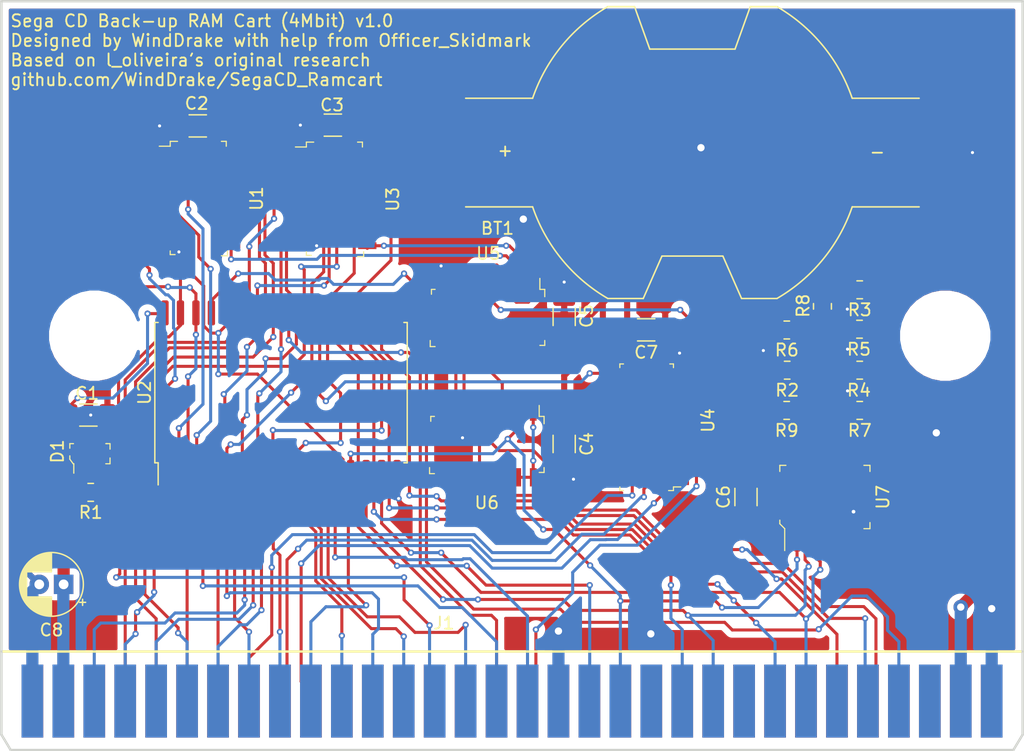
<source format=kicad_pcb>
(kicad_pcb (version 20171130) (host pcbnew "(5.1.10)-1")
  (layers (0 F.Cu signal) (31 B.Cu signal) (34 B.Paste user) (35 F.Paste user) (36 B.SilkS user) (37 F.SilkS user) (38 B.Mask user) (39 F.Mask user) (44 Edge.Cuts user))
  (net 0 "")
  (net 1 "Net-(BT1-PadP)")
  (net 2 GND)
  (net 3 VBUS)
  (net 4 +5V)
  (net 5 /CAS_0)
  (net 6 "Net-(J1-PadB31)")
  (net 7 "Net-(J1-PadB30)")
  (net 8 "Net-(J1-PadB29)")
  (net 9 /LWR)
  (net 10 /VRES)
  (net 11 "Net-(J1-PadB26)")
  (net 12 "Net-(J1-PadB25)")
  (net 13 /D3)
  (net 14 "Net-(J1-PadB23)")
  (net 15 "Net-(J1-PadB22)")
  (net 16 "Net-(J1-PadB21)")
  (net 17 "Net-(J1-PadB20)")
  (net 18 "Net-(J1-PadB19)")
  (net 19 "Net-(J1-PadB18)")
  (net 20 /CEO)
  (net 21 "Net-(J1-PadB15)")
  (net 22 "Net-(J1-PadB14)")
  (net 23 "Net-(J1-PadB13)")
  (net 24 "Net-(J1-PadB12)")
  (net 25 "Net-(J1-PadB11)")
  (net 26 /A22)
  (net 27 /A21)
  (net 28 /A20)
  (net 29 /A19)
  (net 30 /A18)
  (net 31 /A10)
  (net 32 /A9)
  (net 33 "Net-(J1-PadB3)")
  (net 34 "Net-(J1-PadB2)")
  (net 35 "Net-(J1-PadB1)")
  (net 36 "Net-(J1-PadA30)")
  (net 37 /D4)
  (net 38 "Net-(J1-PadA27)")
  (net 39 /D2)
  (net 40 /D5)
  (net 41 "Net-(J1-PadA24)")
  (net 42 /D1)
  (net 43 /D6)
  (net 44 "Net-(J1-PadA21)")
  (net 45 /D0)
  (net 46 /D7)
  (net 47 /A1)
  (net 48 /A17)
  (net 49 /A2)
  (net 50 /A16)
  (net 51 /A3)
  (net 52 /A15)
  (net 53 /A4)
  (net 54 /A14)
  (net 55 /A5)
  (net 56 /A13)
  (net 57 /A6)
  (net 58 /A12)
  (net 59 /A7)
  (net 60 /A11)
  (net 61 /A8)
  (net 62 "Net-(R2-Pad1)")
  (net 63 "Net-(R3-Pad2)")
  (net 64 "Net-(R4-Pad2)")
  (net 65 "Net-(R5-Pad2)")
  (net 66 "Net-(R6-Pad1)")
  (net 67 "Net-(R7-Pad2)")
  (net 68 "Net-(R8-Pad2)")
  (net 69 "Net-(R9-Pad2)")
  (net 70 "Net-(U1-Pad8)")
  (net 71 /SRAM_WE)
  (net 72 /SRCE)
  (net 73 "Net-(U3-Pad8)")
  (net 74 "Net-(U4-Pad15)")
  (net 75 "Net-(U4-Pad14)")
  (net 76 "Net-(U4-Pad13)")
  (net 77 "Net-(U4-Pad12)")
  (net 78 /TREN)
  (net 79 "Net-(U4-Pad10)")
  (net 80 "Net-(U4-Pad7)")
  (net 81 "Net-(U5-Pad9)")
  (net 82 /SRWE)
  (net 83 "Net-(U5-Pad3)")
  (net 84 "Net-(U6-Pad9)")
  (net 85 "Net-(U6-Pad8)")
  (net 86 "Net-(U6-Pad5)")
  (net 87 "Net-(U7-Pad9)")
  (net 88 "Net-(U7-Pad8)")
  (net 89 "Net-(U7-Pad7)")
  (net 90 "Net-(U7-Pad6)")
  (net 91 "Net-(U7-Pad5)")
  (net 92 "Net-(J1-PadB32)")
  (net 93 "Net-(D1-Pad1)")
  (net 94 "Net-(J1-PadB24)")
  (module "Sega CD RAM Cart:MountingHole_6.2mm" (layer F.Cu) (at 160.3111 131.7197)
    (fp_text reference H2 hide)
    (fp_text value MountingHole)
    (pad 1 np_thru_hole circle (at 0 0) (size 6.4 6.4) (drill 6.4) (layers *.Cu *.Mask))
  )
  (module "Sega CD RAM Cart:MountingHole_6.2mm" (layer F.Cu) (at 90.4611 131.7197)
    (fp_text reference H1 hide)
    (fp_text value MountingHole)
    (pad 1 np_thru_hole circle (at 0 0) (size 6.4 6.4) (drill 6.4) (layers *.Cu *.Mask))
  )
  (module Resistor_SMD:R_0805_2012Metric_Pad1.20x1.40mm_HandSolder (layer F.Cu) (at 153.273 131.191)
    (fp_text reference R5 (at -0.0475 1.651) (layer F.SilkS))
    (fp_text value 1K)
    (pad 2 smd roundrect (at 1 0) (size 1.2 1.4) (layers F.Cu F.Paste F.Mask) (roundrect_rratio 0.208333) (net 65 "Net-(R5-Pad2)"))
    (pad 1 smd roundrect (at -1 0) (size 1.2 1.4) (layers F.Cu F.Paste F.Mask) (roundrect_rratio 0.208333) (net 2 GND))
  )
  (module digikey-footprints:SOIC-16_W3.90mm (layer F.Cu) (at 135.8011 139.2428 90)
    (fp_text reference U4 (at 0.5588 5.0419 90) (layer F.SilkS))
    (fp_text value 74LS138)
    (pad 16 smd rect (at -4.445 -2.7 90) (size 0.6 1.55) (layers F.Cu F.Paste F.Mask) (net 4 +5V))
    (pad 15 smd rect (at -3.175 -2.7 90) (size 0.6 1.55) (layers F.Cu F.Paste F.Mask) (net 74 "Net-(U4-Pad15)"))
    (pad 14 smd rect (at -1.905 -2.7 90) (size 0.6 1.55) (layers F.Cu F.Paste F.Mask) (net 75 "Net-(U4-Pad14)"))
    (pad 13 smd rect (at -0.635 -2.7 90) (size 0.6 1.55) (layers F.Cu F.Paste F.Mask) (net 76 "Net-(U4-Pad13)"))
    (pad 12 smd rect (at 0.635 -2.7 90) (size 0.6 1.55) (layers F.Cu F.Paste F.Mask) (net 77 "Net-(U4-Pad12)"))
    (pad 11 smd rect (at 1.905 -2.7 90) (size 0.6 1.55) (layers F.Cu F.Paste F.Mask) (net 78 /TREN))
    (pad 10 smd rect (at 3.175 -2.7 90) (size 0.6 1.55) (layers F.Cu F.Paste F.Mask) (net 79 "Net-(U4-Pad10)"))
    (pad 9 smd rect (at 4.445 -2.7 90) (size 0.6 1.55) (layers F.Cu F.Paste F.Mask) (net 72 /SRCE))
    (pad 8 smd rect (at 4.445 2.7 90) (size 0.6 1.55) (layers F.Cu F.Paste F.Mask) (net 2 GND))
    (pad 7 smd rect (at 3.175 2.7 90) (size 0.6 1.55) (layers F.Cu F.Paste F.Mask) (net 80 "Net-(U4-Pad7)"))
    (pad 6 smd rect (at 1.905 2.7 90) (size 0.6 1.55) (layers F.Cu F.Paste F.Mask) (net 4 +5V))
    (pad 5 smd rect (at 0.635 2.7 90) (size 0.6 1.55) (layers F.Cu F.Paste F.Mask) (net 20 /CEO))
    (pad 4 smd rect (at -0.635 2.7 90) (size 0.6 1.55) (layers F.Cu F.Paste F.Mask) (net 20 /CEO))
    (pad 3 smd rect (at -1.905 2.7 90) (size 0.6 1.55) (layers F.Cu F.Paste F.Mask) (net 28 /A20))
    (pad 2 smd rect (at -3.175 2.7 90) (size 0.6 1.55) (layers F.Cu F.Paste F.Mask) (net 27 /A21))
    (pad 1 smd rect (at -4.445 2.7 90) (size 0.6 1.55) (layers F.Cu F.Paste F.Mask) (net 26 /A22))
  )
  (module Package_SO:SSOP-32_11.305x20.495mm_P1.27mm (layer F.Cu) (at 105.791 136.398 90)
    (fp_text reference U2 (at 0 -11.2 90) (layer F.SilkS))
    (fp_text value IS61C5128AS-25QLI)
    (pad 32 smd roundrect (at 6.55 -9.525 90) (size 2.05 0.6) (layers F.Cu F.Paste F.Mask) (net 3 VBUS))
    (pad 31 smd roundrect (at 6.55 -8.255 90) (size 2.05 0.6) (layers F.Cu F.Paste F.Mask) (net 50 /A16))
    (pad 30 smd roundrect (at 6.55 -6.985 90) (size 2.05 0.6) (layers F.Cu F.Paste F.Mask) (net 29 /A19))
    (pad 29 smd roundrect (at 6.55 -5.715 90) (size 2.05 0.6) (layers F.Cu F.Paste F.Mask) (net 71 /SRAM_WE))
    (pad 28 smd roundrect (at 6.55 -4.445 90) (size 2.05 0.6) (layers F.Cu F.Paste F.Mask) (net 54 /A14))
    (pad 27 smd roundrect (at 6.55 -3.175 90) (size 2.05 0.6) (layers F.Cu F.Paste F.Mask) (net 32 /A9))
    (pad 26 smd roundrect (at 6.55 -1.905 90) (size 2.05 0.6) (layers F.Cu F.Paste F.Mask) (net 31 /A10))
    (pad 25 smd roundrect (at 6.55 -0.635 90) (size 2.05 0.6) (layers F.Cu F.Paste F.Mask) (net 58 /A12))
    (pad 24 smd roundrect (at 6.55 0.635 90) (size 2.05 0.6) (layers F.Cu F.Paste F.Mask) (net 5 /CAS_0))
    (pad 23 smd roundrect (at 6.55 1.905 90) (size 2.05 0.6) (layers F.Cu F.Paste F.Mask) (net 60 /A11))
    (pad 22 smd roundrect (at 6.55 3.175 90) (size 2.05 0.6) (layers F.Cu F.Paste F.Mask) (net 72 /SRCE))
    (pad 21 smd roundrect (at 6.55 4.445 90) (size 2.05 0.6) (layers F.Cu F.Paste F.Mask) (net 46 /D7))
    (pad 20 smd roundrect (at 6.55 5.715 90) (size 2.05 0.6) (layers F.Cu F.Paste F.Mask) (net 43 /D6))
    (pad 19 smd roundrect (at 6.55 6.985 90) (size 2.05 0.6) (layers F.Cu F.Paste F.Mask) (net 40 /D5))
    (pad 18 smd roundrect (at 6.55 8.255 90) (size 2.05 0.6) (layers F.Cu F.Paste F.Mask) (net 37 /D4))
    (pad 17 smd roundrect (at 6.55 9.525 90) (size 2.05 0.6) (layers F.Cu F.Paste F.Mask) (net 13 /D3))
    (pad 16 smd roundrect (at -6.55 9.525 90) (size 2.05 0.6) (layers F.Cu F.Paste F.Mask) (net 2 GND))
    (pad 15 smd roundrect (at -6.55 8.255 90) (size 2.05 0.6) (layers F.Cu F.Paste F.Mask) (net 39 /D2))
    (pad 14 smd roundrect (at -6.55 6.985 90) (size 2.05 0.6) (layers F.Cu F.Paste F.Mask) (net 42 /D1))
    (pad 13 smd roundrect (at -6.55 5.715 90) (size 2.05 0.6) (layers F.Cu F.Paste F.Mask) (net 45 /D0))
    (pad 12 smd roundrect (at -6.55 4.445 90) (size 2.05 0.6) (layers F.Cu F.Paste F.Mask) (net 47 /A1))
    (pad 11 smd roundrect (at -6.55 3.175 90) (size 2.05 0.6) (layers F.Cu F.Paste F.Mask) (net 49 /A2))
    (pad 10 smd roundrect (at -6.55 1.905 90) (size 2.05 0.6) (layers F.Cu F.Paste F.Mask) (net 51 /A3))
    (pad 9 smd roundrect (at -6.55 0.635 90) (size 2.05 0.6) (layers F.Cu F.Paste F.Mask) (net 53 /A4))
    (pad 8 smd roundrect (at -6.55 -0.635 90) (size 2.05 0.6) (layers F.Cu F.Paste F.Mask) (net 55 /A5))
    (pad 7 smd roundrect (at -6.55 -1.905 90) (size 2.05 0.6) (layers F.Cu F.Paste F.Mask) (net 57 /A6))
    (pad 6 smd roundrect (at -6.55 -3.175 90) (size 2.05 0.6) (layers F.Cu F.Paste F.Mask) (net 59 /A7))
    (pad 5 smd roundrect (at -6.55 -4.445 90) (size 2.05 0.6) (layers F.Cu F.Paste F.Mask) (net 61 /A8))
    (pad 4 smd roundrect (at -6.55 -5.715 90) (size 2.05 0.6) (layers F.Cu F.Paste F.Mask) (net 56 /A13))
    (pad 3 smd roundrect (at -6.55 -6.985 90) (size 2.05 0.6) (layers F.Cu F.Paste F.Mask) (net 52 /A15))
    (pad 2 smd roundrect (at -6.55 -8.255 90) (size 2.05 0.6) (layers F.Cu F.Paste F.Mask) (net 48 /A17))
    (pad 1 smd roundrect (at -6.55 -9.525 90) (size 2.05 0.6) (layers F.Cu F.Paste F.Mask) (net 30 /A18))
  )
  (module digikey-footprints:SOT-23-3 (layer F.Cu) (at 90.1065 141.4145 90)
    (fp_text reference D1 (at 0.1905 -2.667 90) (layer F.SilkS))
    (fp_text value BAT5405E)
    (pad 1 smd rect (at -1.05 -0.95 90) (size 1.3 0.6) (layers F.Cu F.Paste F.Mask) (net 93 "Net-(D1-Pad1)"))
    (pad 2 smd rect (at -1.05 0.95 90) (size 1.3 0.6) (layers F.Cu F.Paste F.Mask) (net 4 +5V))
    (pad 3 smd rect (at 1.05 0 90) (size 1.3 0.6) (layers F.Cu F.Paste F.Mask) (net 3 VBUS))
  )
  (module BU2450SM:BAT_BU2450SM-JJ-G (layer F.Cu) (at 139.55649 116.68125 180)
    (fp_text reference BT1 (at 16.002 -6.223) (layer F.SilkS))
    (fp_text value Battery_Cell)
    (fp_text user - (at -15.1765 0.0635) (layer F.SilkS))
    (fp_text user + (at 15.367 0.1905) (layer F.SilkS))
    (pad P smd rect (at 19.05 0 180) (size 5.08 5.08) (layers F.Cu F.Paste F.Mask) (net 1 "Net-(BT1-PadP)"))
    (pad N smd rect (at -19.05 0 180) (size 5.08 5.08) (layers F.Cu F.Paste F.Mask) (net 2 GND))
  )
  (module Resistor_SMD:R_0805_2012Metric_Pad1.20x1.40mm_HandSolder (layer F.Cu) (at 150.23084 129.31013 270)
    (fp_text reference R8 (at -0.0475 1.5875 90) (layer F.SilkS))
    (fp_text value 1K)
    (pad 2 smd roundrect (at 1 0 270) (size 1.2 1.4) (layers F.Cu F.Paste F.Mask) (roundrect_rratio 0.208333) (net 68 "Net-(R8-Pad2)"))
    (pad 1 smd roundrect (at -1 0 270) (size 1.2 1.4) (layers F.Cu F.Paste F.Mask) (roundrect_rratio 0.208333) (net 2 GND))
  )
  (module Resistor_SMD:R_0805_2012Metric_Pad1.20x1.40mm_HandSolder (layer F.Cu) (at 147.294 137.8585)
    (fp_text reference R9 (at 0 1.651) (layer F.SilkS))
    (fp_text value 1K)
    (pad 2 smd roundrect (at 1 0) (size 1.2 1.4) (layers F.Cu F.Paste F.Mask) (roundrect_rratio 0.208333) (net 69 "Net-(R9-Pad2)"))
    (pad 1 smd roundrect (at -1 0) (size 1.2 1.4) (layers F.Cu F.Paste F.Mask) (roundrect_rratio 0.208333) (net 2 GND))
  )
  (module Resistor_SMD:R_0805_2012Metric_Pad1.20x1.40mm_HandSolder (layer F.Cu) (at 153.289 137.8585)
    (fp_text reference R7 (at 0 1.651) (layer F.SilkS))
    (fp_text value 1K)
    (pad 2 smd roundrect (at 1 0) (size 1.2 1.4) (layers F.Cu F.Paste F.Mask) (roundrect_rratio 0.208333) (net 67 "Net-(R7-Pad2)"))
    (pad 1 smd roundrect (at -1 0) (size 1.2 1.4) (layers F.Cu F.Paste F.Mask) (roundrect_rratio 0.208333) (net 2 GND))
  )
  (module Resistor_SMD:R_0805_2012Metric_Pad1.20x1.40mm_HandSolder (layer F.Cu) (at 147.304 131.2545 180)
    (fp_text reference R6 (at 0 -1.65) (layer F.SilkS))
    (fp_text value 1K)
    (pad 2 smd roundrect (at 1 0 180) (size 1.2 1.4) (layers F.Cu F.Paste F.Mask) (roundrect_rratio 0.208333) (net 4 +5V))
    (pad 1 smd roundrect (at -1 0 180) (size 1.2 1.4) (layers F.Cu F.Paste F.Mask) (roundrect_rratio 0.208333) (net 66 "Net-(R6-Pad1)"))
  )
  (module Resistor_SMD:R_0805_2012Metric_Pad1.20x1.40mm_HandSolder (layer F.Cu) (at 153.289 134.5565)
    (fp_text reference R4 (at -0.0635 1.651) (layer F.SilkS))
    (fp_text value 1K)
    (pad 2 smd roundrect (at 1 0) (size 1.2 1.4) (layers F.Cu F.Paste F.Mask) (roundrect_rratio 0.208333) (net 64 "Net-(R4-Pad2)"))
    (pad 1 smd roundrect (at -1 0) (size 1.2 1.4) (layers F.Cu F.Paste F.Mask) (roundrect_rratio 0.208333) (net 2 GND))
  )
  (module Resistor_SMD:R_0805_2012Metric_Pad1.20x1.40mm_HandSolder (layer F.Cu) (at 153.289 127.9525)
    (fp_text reference R3 (at 0 1.651) (layer F.SilkS))
    (fp_text value 1K)
    (pad 2 smd roundrect (at 1 0) (size 1.2 1.4) (layers F.Cu F.Paste F.Mask) (roundrect_rratio 0.208333) (net 63 "Net-(R3-Pad2)"))
    (pad 1 smd roundrect (at -1 0) (size 1.2 1.4) (layers F.Cu F.Paste F.Mask) (roundrect_rratio 0.208333) (net 2 GND))
  )
  (module Resistor_SMD:R_0805_2012Metric_Pad1.20x1.40mm_HandSolder (layer F.Cu) (at 147.336 134.5565 180)
    (fp_text reference R2 (at 0 -1.65) (layer F.SilkS))
    (fp_text value 1K)
    (pad 2 smd roundrect (at 1 0 180) (size 1.2 1.4) (layers F.Cu F.Paste F.Mask) (roundrect_rratio 0.208333) (net 4 +5V))
    (pad 1 smd roundrect (at -1 0 180) (size 1.2 1.4) (layers F.Cu F.Paste F.Mask) (roundrect_rratio 0.208333) (net 62 "Net-(R2-Pad1)"))
  )
  (module Resistor_SMD:R_0805_2012Metric_Pad1.20x1.40mm_HandSolder (layer F.Cu) (at 90.17 144.5895 180)
    (fp_text reference R1 (at 0 -1.65) (layer F.SilkS))
    (fp_text value 1K)
    (pad 2 smd roundrect (at 1 0 180) (size 1.2 1.4) (layers F.Cu F.Paste F.Mask) (roundrect_rratio 0.208333) (net 1 "Net-(BT1-PadP)"))
    (pad 1 smd roundrect (at -1 0 180) (size 1.2 1.4) (layers F.Cu F.Paste F.Mask) (roundrect_rratio 0.208333) (net 93 "Net-(D1-Pad1)"))
  )
  (module digikey-footprints:SSOP-20_W5.3mm (layer F.Cu) (at 150.4315 144.9705)
    (fp_text reference U7 (at 4.7625 0.0127 90) (layer F.SilkS))
    (fp_text value 74LS245)
    (pad 20 smd rect (at -2.925 -3.6) (size 0.45 1.75) (layers F.Cu F.Paste F.Mask) (net 4 +5V))
    (pad 19 smd rect (at -2.275 -3.6) (size 0.45 1.75) (layers F.Cu F.Paste F.Mask) (net 78 /TREN))
    (pad 18 smd rect (at -1.625 -3.6) (size 0.45 1.75) (layers F.Cu F.Paste F.Mask) (net 69 "Net-(R9-Pad2)"))
    (pad 17 smd rect (at -0.975 -3.6) (size 0.45 1.75) (layers F.Cu F.Paste F.Mask) (net 62 "Net-(R2-Pad1)"))
    (pad 16 smd rect (at -0.325 -3.6) (size 0.45 1.75) (layers F.Cu F.Paste F.Mask) (net 66 "Net-(R6-Pad1)"))
    (pad 15 smd rect (at 0.325 -3.6) (size 0.45 1.75) (layers F.Cu F.Paste F.Mask) (net 68 "Net-(R8-Pad2)"))
    (pad 14 smd rect (at 0.975 -3.6) (size 0.45 1.75) (layers F.Cu F.Paste F.Mask) (net 67 "Net-(R7-Pad2)"))
    (pad 13 smd rect (at 1.625 -3.6) (size 0.45 1.75) (layers F.Cu F.Paste F.Mask) (net 64 "Net-(R4-Pad2)"))
    (pad 12 smd rect (at 2.275 -3.6) (size 0.45 1.75) (layers F.Cu F.Paste F.Mask) (net 65 "Net-(R5-Pad2)"))
    (pad 11 smd rect (at 2.925 -3.6) (size 0.45 1.75) (layers F.Cu F.Paste F.Mask) (net 63 "Net-(R3-Pad2)"))
    (pad 10 smd rect (at 2.925 3.6) (size 0.45 1.75) (layers F.Cu F.Paste F.Mask) (net 2 GND))
    (pad 9 smd rect (at 2.275 3.6) (size 0.45 1.75) (layers F.Cu F.Paste F.Mask) (net 87 "Net-(U7-Pad9)"))
    (pad 8 smd rect (at 1.625 3.6) (size 0.45 1.75) (layers F.Cu F.Paste F.Mask) (net 88 "Net-(U7-Pad8)"))
    (pad 7 smd rect (at 0.975 3.6) (size 0.45 1.75) (layers F.Cu F.Paste F.Mask) (net 89 "Net-(U7-Pad7)"))
    (pad 6 smd rect (at 0.325 3.6) (size 0.45 1.75) (layers F.Cu F.Paste F.Mask) (net 90 "Net-(U7-Pad6)"))
    (pad 5 smd rect (at -0.325 3.6) (size 0.45 1.75) (layers F.Cu F.Paste F.Mask) (net 91 "Net-(U7-Pad5)"))
    (pad 4 smd rect (at -0.975 3.6) (size 0.45 1.75) (layers F.Cu F.Paste F.Mask) (net 39 /D2))
    (pad 3 smd rect (at -1.625 3.6) (size 0.45 1.75) (layers F.Cu F.Paste F.Mask) (net 42 /D1))
    (pad 2 smd rect (at -2.275 3.6) (size 0.45 1.75) (layers F.Cu F.Paste F.Mask) (net 45 /D0))
    (pad 1 smd rect (at -2.925 3.6) (size 0.45 1.75) (layers F.Cu F.Paste F.Mask) (net 2 GND))
  )
  (module digikey-footprints:SOIC-14_W3.9mm (layer F.Cu) (at 122.682 140.6525 180)
    (fp_text reference U6 (at 0 -4.79) (layer F.SilkS))
    (fp_text value 74LS74)
    (pad 14 smd rect (at -3.81 -2.7 180) (size 0.55 1.5) (layers F.Cu F.Paste F.Mask) (net 4 +5V))
    (pad 13 smd rect (at -2.54 -2.7 180) (size 0.55 1.5) (layers F.Cu F.Paste F.Mask) (net 4 +5V))
    (pad 12 smd rect (at -1.27 -2.7 180) (size 0.55 1.5) (layers F.Cu F.Paste F.Mask) (net 4 +5V))
    (pad 11 smd rect (at 0 -2.7 180) (size 0.55 1.5) (layers F.Cu F.Paste F.Mask) (net 4 +5V))
    (pad 10 smd rect (at 1.27 -2.7 180) (size 0.55 1.5) (layers F.Cu F.Paste F.Mask) (net 2 GND))
    (pad 9 smd rect (at 2.54 -2.7 180) (size 0.55 1.5) (layers F.Cu F.Paste F.Mask) (net 84 "Net-(U6-Pad9)"))
    (pad 8 smd rect (at 3.81 -2.7 180) (size 0.55 1.5) (layers F.Cu F.Paste F.Mask) (net 85 "Net-(U6-Pad8)"))
    (pad 7 smd rect (at 3.81 2.7 180) (size 0.55 1.5) (layers F.Cu F.Paste F.Mask) (net 2 GND))
    (pad 6 smd rect (at 2.54 2.7 180) (size 0.55 1.5) (layers F.Cu F.Paste F.Mask) (net 81 "Net-(U5-Pad9)"))
    (pad 5 smd rect (at 1.27 2.7 180) (size 0.55 1.5) (layers F.Cu F.Paste F.Mask) (net 86 "Net-(U6-Pad5)"))
    (pad 4 smd rect (at 0 2.7 180) (size 0.55 1.5) (layers F.Cu F.Paste F.Mask) (net 10 /VRES))
    (pad 3 smd rect (at -1.27 2.7 180) (size 0.55 1.5) (layers F.Cu F.Paste F.Mask) (net 82 /SRWE))
    (pad 2 smd rect (at -2.54 2.7 180) (size 0.55 1.5) (layers F.Cu F.Paste F.Mask) (net 45 /D0))
    (pad 1 smd rect (at -3.81 2.7 180) (size 0.55 1.5) (layers F.Cu F.Paste F.Mask) (net 4 +5V))
  )
  (module digikey-footprints:SOIC-14_W3.9mm (layer F.Cu) (at 122.7369 130.2169 180)
    (fp_text reference U5 (at -0.0721 5.2489) (layer F.SilkS))
    (fp_text value 74LS32)
    (pad 14 smd rect (at -3.81 -2.7 180) (size 0.55 1.5) (layers F.Cu F.Paste F.Mask) (net 4 +5V))
    (pad 13 smd rect (at -2.54 -2.7 180) (size 0.55 1.5) (layers F.Cu F.Paste F.Mask))
    (pad 12 smd rect (at -1.27 -2.7 180) (size 0.55 1.5) (layers F.Cu F.Paste F.Mask))
    (pad 11 smd rect (at 0 -2.7 180) (size 0.55 1.5) (layers F.Cu F.Paste F.Mask))
    (pad 10 smd rect (at 1.27 -2.7 180) (size 0.55 1.5) (layers F.Cu F.Paste F.Mask) (net 9 /LWR))
    (pad 9 smd rect (at 2.54 -2.7 180) (size 0.55 1.5) (layers F.Cu F.Paste F.Mask) (net 81 "Net-(U5-Pad9)"))
    (pad 8 smd rect (at 3.81 -2.7 180) (size 0.55 1.5) (layers F.Cu F.Paste F.Mask) (net 71 /SRAM_WE))
    (pad 7 smd rect (at 3.81 2.7 180) (size 0.55 1.5) (layers F.Cu F.Paste F.Mask) (net 2 GND))
    (pad 6 smd rect (at 2.54 2.7 180) (size 0.55 1.5) (layers F.Cu F.Paste F.Mask) (net 82 /SRWE))
    (pad 5 smd rect (at 1.27 2.7 180) (size 0.55 1.5) (layers F.Cu F.Paste F.Mask) (net 83 "Net-(U5-Pad3)"))
    (pad 4 smd rect (at 0 2.7 180) (size 0.55 1.5) (layers F.Cu F.Paste F.Mask) (net 80 "Net-(U4-Pad7)"))
    (pad 3 smd rect (at -1.27 2.7 180) (size 0.55 1.5) (layers F.Cu F.Paste F.Mask) (net 83 "Net-(U5-Pad3)"))
    (pad 2 smd rect (at -2.54 2.7 180) (size 0.55 1.5) (layers F.Cu F.Paste F.Mask) (net 73 "Net-(U3-Pad8)"))
    (pad 1 smd rect (at -3.81 2.7 180) (size 0.55 1.5) (layers F.Cu F.Paste F.Mask) (net 70 "Net-(U1-Pad8)"))
  )
  (module digikey-footprints:SOIC-14_W3.9mm (layer F.Cu) (at 110.1725 120.523 270)
    (fp_text reference U3 (at 0 -4.79 90) (layer F.SilkS))
    (fp_text value 74LS30)
    (pad 14 smd rect (at -3.81 -2.7 270) (size 0.55 1.5) (layers F.Cu F.Paste F.Mask) (net 4 +5V))
    (pad 13 smd rect (at -2.54 -2.7 270) (size 0.55 1.5) (layers F.Cu F.Paste F.Mask))
    (pad 12 smd rect (at -1.27 -2.7 270) (size 0.55 1.5) (layers F.Cu F.Paste F.Mask) (net 53 /A4))
    (pad 11 smd rect (at 0 -2.7 270) (size 0.55 1.5) (layers F.Cu F.Paste F.Mask) (net 55 /A5))
    (pad 10 smd rect (at 1.27 -2.7 270) (size 0.55 1.5) (layers F.Cu F.Paste F.Mask))
    (pad 9 smd rect (at 2.54 -2.7 270) (size 0.55 1.5) (layers F.Cu F.Paste F.Mask))
    (pad 8 smd rect (at 3.81 -2.7 270) (size 0.55 1.5) (layers F.Cu F.Paste F.Mask) (net 73 "Net-(U3-Pad8)"))
    (pad 7 smd rect (at 3.81 2.7 270) (size 0.55 1.5) (layers F.Cu F.Paste F.Mask) (net 2 GND))
    (pad 6 smd rect (at 2.54 2.7 270) (size 0.55 1.5) (layers F.Cu F.Paste F.Mask) (net 57 /A6))
    (pad 5 smd rect (at 1.27 2.7 270) (size 0.55 1.5) (layers F.Cu F.Paste F.Mask) (net 59 /A7))
    (pad 4 smd rect (at 0 2.7 270) (size 0.55 1.5) (layers F.Cu F.Paste F.Mask) (net 61 /A8))
    (pad 3 smd rect (at -1.27 2.7 270) (size 0.55 1.5) (layers F.Cu F.Paste F.Mask) (net 32 /A9))
    (pad 2 smd rect (at -2.54 2.7 270) (size 0.55 1.5) (layers F.Cu F.Paste F.Mask) (net 31 /A10))
    (pad 1 smd rect (at -3.81 2.7 270) (size 0.55 1.5) (layers F.Cu F.Paste F.Mask) (net 60 /A11))
  )
  (module digikey-footprints:SOIC-14_W3.9mm (layer F.Cu) (at 98.9965 120.4595 270)
    (fp_text reference U1 (at 0 -4.79 90) (layer F.SilkS))
    (fp_text value 74LS30)
    (pad 14 smd rect (at -3.81 -2.7 270) (size 0.55 1.5) (layers F.Cu F.Paste F.Mask) (net 4 +5V))
    (pad 13 smd rect (at -2.54 -2.7 270) (size 0.55 1.5) (layers F.Cu F.Paste F.Mask))
    (pad 12 smd rect (at -1.27 -2.7 270) (size 0.55 1.5) (layers F.Cu F.Paste F.Mask) (net 58 /A12))
    (pad 11 smd rect (at 0 -2.7 270) (size 0.55 1.5) (layers F.Cu F.Paste F.Mask) (net 56 /A13))
    (pad 10 smd rect (at 1.27 -2.7 270) (size 0.55 1.5) (layers F.Cu F.Paste F.Mask))
    (pad 9 smd rect (at 2.54 -2.7 270) (size 0.55 1.5) (layers F.Cu F.Paste F.Mask))
    (pad 8 smd rect (at 3.81 -2.7 270) (size 0.55 1.5) (layers F.Cu F.Paste F.Mask) (net 70 "Net-(U1-Pad8)"))
    (pad 7 smd rect (at 3.81 2.7 270) (size 0.55 1.5) (layers F.Cu F.Paste F.Mask) (net 2 GND))
    (pad 6 smd rect (at 2.54 2.7 270) (size 0.55 1.5) (layers F.Cu F.Paste F.Mask) (net 54 /A14))
    (pad 5 smd rect (at 1.27 2.7 270) (size 0.55 1.5) (layers F.Cu F.Paste F.Mask) (net 52 /A15))
    (pad 4 smd rect (at 0 2.7 270) (size 0.55 1.5) (layers F.Cu F.Paste F.Mask) (net 50 /A16))
    (pad 3 smd rect (at -1.27 2.7 270) (size 0.55 1.5) (layers F.Cu F.Paste F.Mask) (net 48 /A17))
    (pad 2 smd rect (at -2.54 2.7 270) (size 0.55 1.5) (layers F.Cu F.Paste F.Mask) (net 30 /A18))
    (pad 1 smd rect (at -3.81 2.7 270) (size 0.55 1.5) (layers F.Cu F.Paste F.Mask) (net 29 /A19))
  )
  (module Capacitor_THT:CP_Radial_D5.0mm_P2.00mm (layer F.Cu) (at 87.9475 152.146 180)
    (fp_text reference C8 (at 1 -3.75) (layer F.SilkS))
    (fp_text value "22uF 16v")
    (pad 2 thru_hole circle (at 2 0 180) (size 1.6 1.6) (drill 0.8) (layers *.Cu *.Mask) (net 2 GND))
    (pad 1 thru_hole rect (at 0 0 180) (size 1.6 1.6) (drill 0.8) (layers *.Cu *.Mask) (net 4 +5V))
  )
  (module Capacitor_SMD:C_1206_3216Metric_Pad1.33x1.80mm_HandSolder (layer F.Cu) (at 135.763 131.2418 180)
    (fp_text reference C7 (at 0 -1.85) (layer F.SilkS))
    (fp_text value 0.1uF)
    (pad 2 smd roundrect (at 1.5625 0 180) (size 1.325 1.8) (layers F.Cu F.Paste F.Mask) (roundrect_rratio 0.188679) (net 4 +5V))
    (pad 1 smd roundrect (at -1.5625 0 180) (size 1.325 1.8) (layers F.Cu F.Paste F.Mask) (roundrect_rratio 0.188679) (net 2 GND))
  )
  (module Capacitor_SMD:C_1206_3216Metric_Pad1.33x1.80mm_HandSolder (layer F.Cu) (at 143.9545 144.9705 90)
    (fp_text reference C6 (at 0 -1.85 90) (layer F.SilkS))
    (fp_text value 0.1uF)
    (pad 2 smd roundrect (at 1.5625 0 90) (size 1.325 1.8) (layers F.Cu F.Paste F.Mask) (roundrect_rratio 0.188679) (net 4 +5V))
    (pad 1 smd roundrect (at -1.5625 0 90) (size 1.325 1.8) (layers F.Cu F.Paste F.Mask) (roundrect_rratio 0.188679) (net 2 GND))
  )
  (module Capacitor_SMD:C_1206_3216Metric_Pad1.33x1.80mm_HandSolder (layer F.Cu) (at 129.032 130.175 90)
    (fp_text reference C5 (at 0.0635 1.8415 90) (layer F.SilkS))
    (fp_text value 0.1uF)
    (pad 2 smd roundrect (at 1.5625 0 90) (size 1.325 1.8) (layers F.Cu F.Paste F.Mask) (roundrect_rratio 0.188679) (net 2 GND))
    (pad 1 smd roundrect (at -1.5625 0 90) (size 1.325 1.8) (layers F.Cu F.Paste F.Mask) (roundrect_rratio 0.188679) (net 4 +5V))
  )
  (module Capacitor_SMD:C_1206_3216Metric_Pad1.33x1.80mm_HandSolder (layer F.Cu) (at 129.032 140.614 270)
    (fp_text reference C4 (at 0 -1.85 90) (layer F.SilkS))
    (fp_text value 0.1uF)
    (pad 2 smd roundrect (at 1.5625 0 270) (size 1.325 1.8) (layers F.Cu F.Paste F.Mask) (roundrect_rratio 0.188679) (net 2 GND))
    (pad 1 smd roundrect (at -1.5625 0 270) (size 1.325 1.8) (layers F.Cu F.Paste F.Mask) (roundrect_rratio 0.188679) (net 4 +5V))
  )
  (module Capacitor_SMD:C_1206_3216Metric_Pad1.33x1.80mm_HandSolder (layer F.Cu) (at 110.0455 114.427 180)
    (fp_text reference C3 (at 0.0635 1.651) (layer F.SilkS))
    (fp_text value 0.1uF)
    (pad 2 smd roundrect (at 1.5625 0 180) (size 1.325 1.8) (layers F.Cu F.Paste F.Mask) (roundrect_rratio 0.188679) (net 2 GND))
    (pad 1 smd roundrect (at -1.5625 0 180) (size 1.325 1.8) (layers F.Cu F.Paste F.Mask) (roundrect_rratio 0.188679) (net 4 +5V))
  )
  (module Capacitor_SMD:C_1206_3216Metric_Pad1.33x1.80mm_HandSolder (layer F.Cu) (at 98.958 114.4905 180)
    (fp_text reference C2 (at 0.0885 1.8415) (layer F.SilkS))
    (fp_text value 0.1uF)
    (pad 2 smd roundrect (at 1.5625 0 180) (size 1.325 1.8) (layers F.Cu F.Paste F.Mask) (roundrect_rratio 0.188679) (net 2 GND))
    (pad 1 smd roundrect (at -1.5625 0 180) (size 1.325 1.8) (layers F.Cu F.Paste F.Mask) (roundrect_rratio 0.188679) (net 4 +5V))
  )
  (module Capacitor_SMD:C_1206_3216Metric_Pad1.33x1.80mm_HandSolder (layer F.Cu) (at 89.9795 138.2395 180)
    (fp_text reference C1 (at 0.102 1.778) (layer F.SilkS))
    (fp_text value 0.1uF)
    (pad 2 smd roundrect (at 1.5625 0 180) (size 1.325 1.8) (layers F.Cu F.Paste F.Mask) (roundrect_rratio 0.188679) (net 3 VBUS))
    (pad 1 smd roundrect (at -1.5625 0 180) (size 1.325 1.8) (layers F.Cu F.Paste F.Mask) (roundrect_rratio 0.188679) (net 2 GND))
  )
  (module "Sega CD RAM Cart:Genesis_Card_Edge" (layer F.Cu) (at 84.4931 164.7317)
    (fp_text reference J1 (at 34.671 -9.398) (layer F.SilkS))
    (fp_text value Genesis_Edge_Connector)
    (pad B16 connect rect (at 38.989 -3) (size 1.78 6) (layers F.Cu F.Mask) (net 5 /CAS_0))
    (pad A32 connect rect (at 79.629 -3) (size 1.78 6) (layers B.Cu B.Mask) (net 2 GND))
    (pad B32 connect rect (at 79.629 -3) (size 1.78 6) (layers F.Cu F.Mask) (net 92 "Net-(J1-PadB32)"))
    (pad B31 connect rect (at 77.089 -3) (size 1.78 6) (layers F.Cu F.Mask) (net 6 "Net-(J1-PadB31)"))
    (pad B30 connect rect (at 74.549 -3) (size 1.78 6) (layers F.Cu F.Mask) (net 7 "Net-(J1-PadB30)"))
    (pad B29 connect rect (at 72.009 -3) (size 1.78 6) (layers F.Cu F.Mask) (net 8 "Net-(J1-PadB29)"))
    (pad B28 connect rect (at 69.469 -3) (size 1.78 6) (layers F.Cu F.Mask) (net 9 /LWR))
    (pad B27 connect rect (at 66.929 -3) (size 1.78 6) (layers F.Cu F.Mask) (net 10 /VRES))
    (pad B26 connect rect (at 64.389 -3) (size 1.78 6) (layers F.Cu F.Mask) (net 11 "Net-(J1-PadB26)"))
    (pad B25 connect rect (at 61.849 -3) (size 1.78 6) (layers F.Cu F.Mask) (net 12 "Net-(J1-PadB25)"))
    (pad B24 connect rect (at 59.309 -3) (size 1.78 6) (layers F.Cu F.Mask) (net 94 "Net-(J1-PadB24)"))
    (pad B23 connect rect (at 56.769 -3) (size 1.78 6) (layers F.Cu F.Mask) (net 14 "Net-(J1-PadB23)"))
    (pad B22 connect rect (at 54.229 -3) (size 1.78 6) (layers F.Cu F.Mask) (net 15 "Net-(J1-PadB22)"))
    (pad B21 connect rect (at 51.689 -3) (size 1.78 6) (layers F.Cu F.Mask) (net 16 "Net-(J1-PadB21)"))
    (pad B20 connect rect (at 49.149 -3) (size 1.78 6) (layers F.Cu F.Mask) (net 17 "Net-(J1-PadB20)"))
    (pad B19 connect rect (at 46.609 -3) (size 1.78 6) (layers F.Cu F.Mask) (net 18 "Net-(J1-PadB19)"))
    (pad B18 connect rect (at 44.069 -3) (size 1.78 6) (layers F.Cu F.Mask) (net 19 "Net-(J1-PadB18)"))
    (pad B17 connect rect (at 41.529 -3) (size 1.78 6) (layers F.Cu F.Mask) (net 20 /CEO))
    (pad B15 connect rect (at 36.449 -3) (size 1.78 6) (layers F.Cu F.Mask) (net 21 "Net-(J1-PadB15)"))
    (pad B14 connect rect (at 33.909 -3) (size 1.78 6) (layers F.Cu F.Mask) (net 22 "Net-(J1-PadB14)"))
    (pad B13 connect rect (at 31.369 -3) (size 1.78 6) (layers F.Cu F.Mask) (net 23 "Net-(J1-PadB13)"))
    (pad B12 connect rect (at 28.829 -3) (size 1.78 6) (layers F.Cu F.Mask) (net 24 "Net-(J1-PadB12)"))
    (pad B11 connect rect (at 26.289 -3) (size 1.78 6) (layers F.Cu F.Mask) (net 25 "Net-(J1-PadB11)"))
    (pad B10 connect rect (at 23.749 -3) (size 1.78 6) (layers F.Cu F.Mask) (net 26 /A22))
    (pad B9 connect rect (at 21.209 -3) (size 1.78 6) (layers F.Cu F.Mask) (net 27 /A21))
    (pad B8 connect rect (at 18.669 -3) (size 1.78 6) (layers F.Cu F.Mask) (net 28 /A20))
    (pad B7 connect rect (at 16.129 -3) (size 1.78 6) (layers F.Cu F.Mask) (net 29 /A19))
    (pad B6 connect rect (at 13.589 -3) (size 1.78 6) (layers F.Cu F.Mask) (net 30 /A18))
    (pad B5 connect rect (at 11.049 -3) (size 1.78 6) (layers F.Cu F.Mask) (net 31 /A10))
    (pad B4 connect rect (at 8.509 -3) (size 1.78 6) (layers F.Cu F.Mask) (net 32 /A9))
    (pad B3 connect rect (at 5.969 -3) (size 1.78 6) (layers F.Cu F.Mask) (net 33 "Net-(J1-PadB3)"))
    (pad B2 connect rect (at 3.429 -3) (size 1.78 6) (layers F.Cu F.Mask) (net 34 "Net-(J1-PadB2)"))
    (pad B1 connect rect (at 0.889 -3) (size 1.78 6) (layers F.Cu F.Mask) (net 35 "Net-(J1-PadB1)"))
    (pad A31 connect rect (at 77.089 -3) (size 1.78 6) (layers B.Cu B.Mask) (net 4 +5V))
    (pad A30 connect rect (at 74.549 -3) (size 1.78 6) (layers B.Cu B.Mask) (net 36 "Net-(J1-PadA30)"))
    (pad A29 connect rect (at 72.009 -3) (size 1.78 6) (layers B.Cu B.Mask) (net 13 /D3))
    (pad A28 connect rect (at 69.469 -3) (size 1.78 6) (layers B.Cu B.Mask) (net 37 /D4))
    (pad A27 connect rect (at 66.929 -3) (size 1.78 6) (layers B.Cu B.Mask) (net 38 "Net-(J1-PadA27)"))
    (pad A26 connect rect (at 64.389 -3) (size 1.78 6) (layers B.Cu B.Mask) (net 39 /D2))
    (pad A25 connect rect (at 61.849 -3) (size 1.78 6) (layers B.Cu B.Mask) (net 40 /D5))
    (pad A24 connect rect (at 59.309 -3) (size 1.78 6) (layers B.Cu B.Mask) (net 41 "Net-(J1-PadA24)"))
    (pad A23 connect rect (at 56.769 -3) (size 1.78 6) (layers B.Cu B.Mask) (net 42 /D1))
    (pad A22 connect rect (at 54.229 -3) (size 1.78 6) (layers B.Cu B.Mask) (net 43 /D6))
    (pad A21 connect rect (at 51.689 -3) (size 1.78 6) (layers B.Cu B.Mask) (net 44 "Net-(J1-PadA21)"))
    (pad A20 connect rect (at 49.149 -3) (size 1.78 6) (layers B.Cu B.Mask) (net 45 /D0))
    (pad A19 connect rect (at 46.609 -3) (size 1.78 6) (layers B.Cu B.Mask) (net 46 /D7))
    (pad A18 connect rect (at 44.069 -3) (size 1.78 6) (layers B.Cu B.Mask) (net 2 GND))
    (pad A17 connect rect (at 41.529 -3) (size 1.78 6) (layers B.Cu B.Mask) (net 47 /A1))
    (pad A16 connect rect (at 38.989 -3) (size 1.78 6) (layers B.Cu B.Mask) (net 48 /A17))
    (pad A15 connect rect (at 36.449 -3) (size 1.78 6) (layers B.Cu B.Mask) (net 49 /A2))
    (pad A14 connect rect (at 33.909 -3) (size 1.78 6) (layers B.Cu B.Mask) (net 50 /A16))
    (pad A13 connect rect (at 31.369 -3) (size 1.78 6) (layers B.Cu B.Mask) (net 51 /A3))
    (pad A12 connect rect (at 28.829 -3) (size 1.78 6) (layers B.Cu B.Mask) (net 52 /A15))
    (pad A11 connect rect (at 26.289 -3) (size 1.78 6) (layers B.Cu B.Mask) (net 53 /A4))
    (pad A10 connect rect (at 23.749 -3) (size 1.78 6) (layers B.Cu B.Mask) (net 54 /A14))
    (pad A9 connect rect (at 21.209 -3) (size 1.78 6) (layers B.Cu B.Mask) (net 55 /A5))
    (pad A8 connect rect (at 18.669 -3) (size 1.78 6) (layers B.Cu B.Mask) (net 56 /A13))
    (pad A7 connect rect (at 16.129 -3) (size 1.78 6) (layers B.Cu B.Mask) (net 57 /A6))
    (pad A6 connect rect (at 13.589 -3) (size 1.78 6) (layers B.Cu B.Mask) (net 58 /A12))
    (pad A5 connect rect (at 11.049 -3) (size 1.78 6) (layers B.Cu B.Mask) (net 59 /A7))
    (pad A4 connect rect (at 8.509 -3) (size 1.78 6) (layers B.Cu B.Mask) (net 60 /A11))
    (pad A3 connect rect (at 5.969 -3) (size 1.78 6) (layers B.Cu B.Mask) (net 61 /A8))
    (pad A2 connect rect (at 3.429 -3) (size 1.78 6) (layers B.Cu B.Mask) (net 4 +5V))
    (pad A1 connect rect (at 0.889 -3) (size 1.78 6) (layers B.Cu B.Mask) (net 2 GND))
  )
  (gr_text "Sega CD Back-up RAM Cart (4Mbit) v1.0\nDesigned by WindDrake with help from Officer_Skidmark\nBased on l_oliveira's original research\ngithub.com/WindDrake/SegaCD_Ramcart" (at 83.4898 108.2802) (layer F.SilkS) (effects (font (size 1 1)) (justify left)))
  (gr_line (start 82.8248 157.6604) (end 166.6748 157.6604) (layer F.SilkS) (width 0.2))
  (gr_line (start 166.6611 104.25) (end 82.8411 104.25) (layer Edge.Cuts) (width 0.2))
  (gr_line (start 82.8411 104.25) (end 82.8411 164.4857) (layer Edge.Cuts) (width 0.2))
  (gr_line (start 82.8411 164.4857) (end 83.6031 165.7557) (layer Edge.Cuts) (width 0.2))
  (gr_line (start 165.8991 165.7557) (end 166.6611 164.4857) (layer Edge.Cuts) (width 0.2))
  (gr_line (start 83.6031 165.7557) (end 165.8991 165.7557) (layer Edge.Cuts) (width 0.2))
  (gr_line (start 166.6611 164.4857) (end 166.6611 104.25) (layer Edge.Cuts) (width 0.2))
  (segment (start 87.249 127.0635) (end 90.7415 127.0635) (width 0.25) (layer F.Cu) (net 1))
  (segment (start 86.106 141.5255) (end 86.106 128.2065) (width 0.25) (layer F.Cu) (net 1))
  (segment (start 102.906499 117.249501) (end 104.043001 116.112999) (width 0.25) (layer F.Cu) (net 1))
  (segment (start 90.7415 127.0635) (end 92.837 124.968) (width 0.25) (layer F.Cu) (net 1))
  (segment (start 92.837 124.968) (end 92.837 118.1735) (width 0.25) (layer F.Cu) (net 1))
  (segment (start 86.106 128.2065) (end 87.249 127.0635) (width 0.25) (layer F.Cu) (net 1))
  (segment (start 98.506503 117.249501) (end 102.906499 117.249501) (width 0.25) (layer F.Cu) (net 1))
  (segment (start 92.837 118.1735) (end 94.961001 116.049499) (width 0.25) (layer F.Cu) (net 1))
  (segment (start 97.306501 116.049499) (end 98.506503 117.249501) (width 0.25) (layer F.Cu) (net 1))
  (segment (start 94.961001 116.049499) (end 97.306501 116.049499) (width 0.25) (layer F.Cu) (net 1))
  (segment (start 104.043001 116.112999) (end 108.482501 116.112999) (width 0.25) (layer F.Cu) (net 1))
  (segment (start 89.17 144.5895) (end 86.106 141.5255) (width 0.25) (layer F.Cu) (net 1))
  (segment (start 108.482501 116.112999) (end 109.682503 117.313001) (width 0.25) (layer F.Cu) (net 1))
  (segment (start 115.668499 117.313001) (end 109.682503 117.313001) (width 0.25) (layer F.Cu) (net 1))
  (segment (start 119.874739 117.313001) (end 120.50649 116.68125) (width 0.25) (layer F.Cu) (net 1))
  (segment (start 109.682503 117.313001) (end 119.874739 117.313001) (width 0.25) (layer F.Cu) (net 1))
  (segment (start 85.3821 152.7114) (end 85.9475 152.146) (width 1) (layer B.Cu) (net 2))
  (segment (start 85.3821 160.9217) (end 85.3821 152.7114) (width 1) (layer B.Cu) (net 2))
  (segment (start 115.316 142.948) (end 115.316 144.9705) (width 0.25) (layer F.Cu) (net 2))
  (segment (start 115.316 144.9705) (end 115.443 145.0975) (width 0.25) (layer F.Cu) (net 2))
  (via (at 115.443 145.0975) (size 0.51) (drill 0.254) (layers F.Cu B.Cu) (net 2))
  (segment (start 138.5011 132.4174) (end 137.3255 131.2418) (width 0.25) (layer F.Cu) (net 2))
  (segment (start 138.5011 134.7978) (end 138.5011 133.1519) (width 0.25) (layer F.Cu) (net 2))
  (segment (start 145.992 148.5705) (end 143.9545 146.533) (width 0.25) (layer F.Cu) (net 2))
  (segment (start 147.5065 148.5705) (end 145.992 148.5705) (width 0.25) (layer F.Cu) (net 2))
  (segment (start 153.3565 148.5705) (end 153.3565 146.7525) (width 0.25) (layer F.Cu) (net 2))
  (segment (start 153.3565 146.7525) (end 152.781 146.177) (width 0.25) (layer F.Cu) (net 2))
  (segment (start 147.5065 147.4455) (end 147.5065 148.5705) (width 0.25) (layer F.Cu) (net 2))
  (segment (start 148.775 146.177) (end 147.5065 147.4455) (width 0.25) (layer F.Cu) (net 2))
  (segment (start 152.781 146.177) (end 148.775 146.177) (width 0.25) (layer F.Cu) (net 2))
  (via (at 152.781 146.177) (size 0.6) (drill 0.3) (layers F.Cu B.Cu) (net 2))
  (segment (start 118.872 138.292502) (end 118.872 137.9525) (width 0.25) (layer F.Cu) (net 2))
  (segment (start 121.412 140.832502) (end 120.686999 140.107501) (width 0.25) (layer F.Cu) (net 2))
  (segment (start 121.412 143.3525) (end 121.412 140.832502) (width 0.25) (layer F.Cu) (net 2))
  (segment (start 120.686999 140.107501) (end 118.872 138.292502) (width 0.25) (layer F.Cu) (net 2))
  (via (at 120.686999 140.107501) (size 0.51) (drill 0.254) (layers F.Cu B.Cu) (net 2))
  (segment (start 152.289 137.8585) (end 152.289 136.255) (width 0.25) (layer F.Cu) (net 2))
  (segment (start 152.289 131.207) (end 152.273 131.191) (width 0.25) (layer F.Cu) (net 2))
  (segment (start 152.289 134.5565) (end 152.289 132.826) (width 0.25) (layer F.Cu) (net 2))
  (segment (start 152.273 127.9685) (end 152.289 127.9525) (width 0.25) (layer F.Cu) (net 2))
  (segment (start 152.273 131.191) (end 152.273 129.54) (width 0.25) (layer F.Cu) (net 2))
  (segment (start 145.37899 136.94349) (end 146.294 137.8585) (width 0.25) (layer F.Cu) (net 2))
  (segment (start 145.37899 132.94151) (end 145.37899 136.94349) (width 0.25) (layer F.Cu) (net 2))
  (via (at 145.37899 132.94151) (size 0.51) (drill 0.254) (layers F.Cu B.Cu) (net 2))
  (segment (start 152.289 132.826) (end 152.289 131.207) (width 0.25) (layer F.Cu) (net 2))
  (via (at 152.289 132.826) (size 0.51) (drill 0.254) (layers F.Cu B.Cu) (net 2))
  (segment (start 152.273 129.54) (end 152.273 127.9685) (width 0.25) (layer F.Cu) (net 2))
  (via (at 152.273 129.54) (size 0.51) (drill 0.254) (layers F.Cu B.Cu) (net 2))
  (segment (start 152.289 136.255) (end 152.289 134.5565) (width 0.25) (layer F.Cu) (net 2))
  (via (at 152.289 136.255) (size 0.51) (drill 0.254) (layers F.Cu B.Cu) (net 2))
  (segment (start 96.2965 124.2695) (end 96.8375 124.2695) (width 0.25) (layer F.Cu) (net 2))
  (segment (start 96.8375 124.2695) (end 97.409 124.841) (width 0.25) (layer F.Cu) (net 2))
  (segment (start 97.409 124.841) (end 97.409 124.841) (width 0.25) (layer F.Cu) (net 2))
  (via (at 97.409 124.841) (size 0.51) (drill 0.254) (layers F.Cu B.Cu) (net 2))
  (segment (start 97.3955 114.4905) (end 95.8215 114.4905) (width 0.25) (layer F.Cu) (net 2))
  (segment (start 95.8215 114.4905) (end 95.8215 114.4905) (width 0.25) (layer F.Cu) (net 2))
  (via (at 95.8215 114.4905) (size 0.51) (drill 0.254) (layers F.Cu B.Cu) (net 2))
  (segment (start 108.483 114.427) (end 107.3785 114.427) (width 0.25) (layer F.Cu) (net 2))
  (segment (start 107.4725 124.333) (end 108.712 124.333) (width 0.25) (layer F.Cu) (net 2))
  (segment (start 108.712 124.333) (end 108.712 124.333) (width 0.25) (layer F.Cu) (net 2))
  (via (at 108.712 124.333) (size 0.51) (drill 0.254) (layers F.Cu B.Cu) (net 2))
  (segment (start 107.3785 114.427) (end 107.3785 114.427) (width 0.25) (layer F.Cu) (net 2))
  (via (at 107.3785 114.427) (size 0.51) (drill 0.254) (layers F.Cu B.Cu) (net 2))
  (segment (start 91.542 138.2395) (end 90.17 138.2395) (width 0.25) (layer F.Cu) (net 2))
  (segment (start 90.17 138.2395) (end 90.17 138.2395) (width 0.25) (layer F.Cu) (net 2))
  (via (at 90.17 138.2395) (size 0.51) (drill 0.254) (layers F.Cu B.Cu) (net 2))
  (segment (start 158.60649 116.68125) (end 162.54349 116.68125) (width 0.25) (layer F.Cu) (net 2))
  (segment (start 162.54349 116.68125) (end 162.54349 116.68125) (width 0.25) (layer F.Cu) (net 2))
  (via (at 162.54349 116.68125) (size 0.51) (drill 0.254) (layers F.Cu B.Cu) (net 2))
  (segment (start 164.1221 160.9217) (end 164.1221 154.1399) (width 1) (layer B.Cu) (net 2))
  (segment (start 164.1221 154.1399) (end 164.1221 154.1399) (width 1) (layer B.Cu) (net 2))
  (via (at 164.1221 154.1399) (size 1.2) (drill 0.6) (layers F.Cu B.Cu) (net 2))
  (segment (start 128.5621 160.9217) (end 128.5621 156.5021) (width 1) (layer B.Cu) (net 2))
  (segment (start 128.5621 156.5021) (end 128.5621 155.9814) (width 1) (layer B.Cu) (net 2))
  (segment (start 128.5621 155.9814) (end 128.5621 155.9814) (width 1) (layer B.Cu) (net 2))
  (via (at 128.5621 155.9814) (size 1.2) (drill 0.6) (layers F.Cu B.Cu) (net 2))
  (segment (start 129.35116 155.9814) (end 129.57976 156.21) (width 1) (layer F.Cu) (net 2))
  (segment (start 128.5621 155.9814) (end 129.35116 155.9814) (width 1) (layer F.Cu) (net 2))
  (segment (start 129.57976 156.21) (end 136.144 156.21) (width 1) (layer F.Cu) (net 2))
  (segment (start 136.144 156.21) (end 136.144 156.21) (width 1) (layer F.Cu) (net 2))
  (segment (start 136.144 156.21) (end 136.144 156.21) (width 1) (layer F.Cu) (net 2))
  (via (at 136.144 156.21) (size 1.2) (drill 0.6) (layers F.Cu B.Cu) (net 2))
  (segment (start 138.5011 133.1519) (end 138.5011 132.4174) (width 0.25) (layer F.Cu) (net 2))
  (via (at 138.5011 133.1519) (size 0.51) (drill 0.254) (layers F.Cu B.Cu) (net 2))
  (segment (start 129.032 128.6125) (end 129.032 127.3175) (width 0.25) (layer F.Cu) (net 2))
  (segment (start 118.9269 127.5169) (end 118.9269 125.9926) (width 0.25) (layer F.Cu) (net 2))
  (segment (start 129.032 127.3175) (end 129.032 127.3175) (width 0.25) (layer F.Cu) (net 2))
  (via (at 129.032 127.3175) (size 0.51) (drill 0.254) (layers F.Cu B.Cu) (net 2))
  (segment (start 118.9269 125.9926) (end 118.9269 125.9926) (width 0.25) (layer F.Cu) (net 2))
  (via (at 118.9269 125.9926) (size 0.51) (drill 0.254) (layers F.Cu B.Cu) (net 2))
  (segment (start 129.032 142.1765) (end 129.032 142.748) (width 0.25) (layer F.Cu) (net 2))
  (segment (start 129.032 142.748) (end 129.794 143.51) (width 0.25) (layer F.Cu) (net 2))
  (segment (start 129.794 143.51) (end 129.794 143.51) (width 0.25) (layer F.Cu) (net 2))
  (via (at 129.794 143.51) (size 0.51) (drill 0.254) (layers F.Cu B.Cu) (net 2))
  (via (at 159.5755 139.7) (size 1.2) (drill 0.6) (layers F.Cu B.Cu) (net 2))
  (segment (start 151.04313 128.31013) (end 152.273 129.54) (width 0.25) (layer F.Cu) (net 2))
  (segment (start 150.23084 128.31013) (end 151.04313 128.31013) (width 0.25) (layer F.Cu) (net 2))
  (via (at 125.6792 122.1486) (size 1.2) (drill 0.6) (layers F.Cu B.Cu) (net 2))
  (via (at 140.2588 116.2812) (size 1.2) (drill 0.6) (layers F.Cu B.Cu) (net 2))
  (segment (start 88.417 138.675) (end 90.1065 140.3645) (width 0.25) (layer F.Cu) (net 3))
  (segment (start 88.417 138.2395) (end 88.417 138.675) (width 0.25) (layer F.Cu) (net 3))
  (segment (start 88.417 138.2395) (end 88.417 137.516) (width 0.25) (layer F.Cu) (net 3))
  (segment (start 88.417 137.516) (end 88.9635 136.9695) (width 0.25) (layer F.Cu) (net 3))
  (segment (start 88.9635 136.9695) (end 89.0905 136.8425) (width 0.25) (layer F.Cu) (net 3))
  (segment (start 89.0905 136.8425) (end 89.0905 136.8425) (width 0.25) (layer F.Cu) (net 3))
  (via (at 89.0905 136.8425) (size 0.51) (drill 0.254) (layers F.Cu B.Cu) (net 3))
  (segment (start 89.0905 136.8425) (end 91.99245 136.8425) (width 0.25) (layer B.Cu) (net 3))
  (segment (start 91.99245 136.8425) (end 94.83471 134.00024) (width 0.25) (layer B.Cu) (net 3))
  (segment (start 94.83471 134.00024) (end 94.83471 129.90957) (width 0.25) (layer B.Cu) (net 3))
  (segment (start 94.83471 129.90957) (end 94.83471 129.90957) (width 0.25) (layer B.Cu) (net 3))
  (via (at 94.83471 129.90957) (size 0.51) (drill 0.254) (layers F.Cu B.Cu) (net 3))
  (segment (start 96.20443 129.90957) (end 96.266 129.848) (width 0.25) (layer F.Cu) (net 3))
  (segment (start 94.83471 129.90957) (end 96.20443 129.90957) (width 0.25) (layer F.Cu) (net 3))
  (segment (start 87.9221 152.1714) (end 87.9475 152.146) (width 1) (layer B.Cu) (net 4))
  (segment (start 87.9221 160.9217) (end 87.9221 152.1714) (width 1) (layer B.Cu) (net 4))
  (segment (start 127.591 139.0515) (end 126.492 137.9525) (width 0.25) (layer F.Cu) (net 4))
  (segment (start 129.032 139.0515) (end 127.591 139.0515) (width 0.25) (layer F.Cu) (net 4))
  (segment (start 126.492 143.3525) (end 125.222 143.3525) (width 0.25) (layer F.Cu) (net 4))
  (segment (start 123.952 143.3525) (end 125.222 143.3525) (width 0.25) (layer F.Cu) (net 4))
  (segment (start 122.682 143.3525) (end 123.952 143.3525) (width 0.25) (layer F.Cu) (net 4))
  (segment (start 126.492 143.3525) (end 126.492 141.986) (width 0.25) (layer F.Cu) (net 4))
  (segment (start 137.4761 137.3378) (end 138.5011 137.3378) (width 0.25) (layer F.Cu) (net 4))
  (segment (start 134.2005 131.2418) (end 134.2005 134.0622) (width 0.25) (layer F.Cu) (net 4))
  (segment (start 134.2005 134.0622) (end 135.07015 134.93185) (width 0.25) (layer F.Cu) (net 4))
  (segment (start 145.992 141.3705) (end 143.9545 143.408) (width 0.25) (layer F.Cu) (net 4))
  (segment (start 147.5065 141.3705) (end 145.992 141.3705) (width 0.25) (layer F.Cu) (net 4))
  (segment (start 127.8526 132.9169) (end 129.032 131.7375) (width 0.25) (layer F.Cu) (net 4))
  (segment (start 126.5469 132.9169) (end 127.8526 132.9169) (width 0.25) (layer F.Cu) (net 4))
  (segment (start 126.492 141.986) (end 126.492 139.2555) (width 0.25) (layer B.Cu) (net 4))
  (via (at 126.492 141.986) (size 0.51) (drill 0.254) (layers F.Cu B.Cu) (net 4))
  (segment (start 126.492 139.2555) (end 126.492 137.9525) (width 0.25) (layer F.Cu) (net 4))
  (via (at 126.492 139.2555) (size 0.51) (drill 0.254) (layers F.Cu B.Cu) (net 4))
  (segment (start 161.5821 160.9217) (end 161.5821 154.0129) (width 1) (layer B.Cu) (net 4))
  (via (at 161.5821 154.0129) (size 1.2) (drill 0.6) (layers F.Cu B.Cu) (net 4))
  (segment (start 100.5205 115.4735) (end 101.6965 116.6495) (width 0.25) (layer F.Cu) (net 4))
  (segment (start 100.5205 114.4905) (end 100.5205 115.4735) (width 0.25) (layer F.Cu) (net 4))
  (segment (start 146.336 131.2865) (end 146.304 131.2545) (width 0.25) (layer F.Cu) (net 4))
  (segment (start 146.336 134.5565) (end 146.336 131.2865) (width 0.25) (layer F.Cu) (net 4))
  (segment (start 147.21901 140.14349) (end 145.992 141.3705) (width 0.25) (layer F.Cu) (net 4))
  (segment (start 147.21901 135.43951) (end 147.21901 140.14349) (width 0.25) (layer F.Cu) (net 4))
  (segment (start 146.336 134.5565) (end 147.21901 135.43951) (width 0.25) (layer F.Cu) (net 4))
  (segment (start 112.8725 115.6915) (end 111.608 114.427) (width 0.25) (layer F.Cu) (net 4))
  (segment (start 112.8725 116.713) (end 112.8725 115.6915) (width 0.25) (layer F.Cu) (net 4))
  (segment (start 132.0761 143.6878) (end 131.6355 143.2472) (width 0.25) (layer F.Cu) (net 4))
  (segment (start 133.1011 143.6878) (end 132.0761 143.6878) (width 0.25) (layer F.Cu) (net 4))
  (segment (start 136.611199 136.692801) (end 136.72115 136.58285) (width 0.25) (layer F.Cu) (net 4))
  (segment (start 132.086097 136.692801) (end 136.611199 136.692801) (width 0.25) (layer F.Cu) (net 4))
  (segment (start 131.6355 143.2472) (end 131.6355 137.143398) (width 0.25) (layer F.Cu) (net 4))
  (segment (start 131.6355 137.143398) (end 132.086097 136.692801) (width 0.25) (layer F.Cu) (net 4))
  (segment (start 136.72115 136.58285) (end 137.4761 137.3378) (width 0.25) (layer F.Cu) (net 4))
  (segment (start 135.07015 134.93185) (end 136.72115 136.58285) (width 0.25) (layer F.Cu) (net 4))
  (segment (start 161.5821 154.0129) (end 164.5285 151.0665) (width 1) (layer F.Cu) (net 4))
  (segment (start 164.5285 151.0665) (end 164.5285 127.5715) (width 1) (layer F.Cu) (net 4))
  (segment (start 164.5285 127.5715) (end 159.5755 122.6185) (width 1) (layer F.Cu) (net 4))
  (segment (start 134.2005 127.0385) (end 138.6205 122.6185) (width 0.5) (layer F.Cu) (net 4))
  (segment (start 134.2005 131.2418) (end 134.2005 127.0385) (width 0.5) (layer F.Cu) (net 4))
  (segment (start 138.6205 122.6185) (end 135.6995 122.6185) (width 1) (layer F.Cu) (net 4))
  (segment (start 143.9545 124.9045) (end 146.2405 122.6185) (width 0.5) (layer F.Cu) (net 4))
  (segment (start 143.9545 143.408) (end 143.9545 124.9045) (width 0.5) (layer F.Cu) (net 4))
  (segment (start 146.2405 122.6185) (end 138.6205 122.6185) (width 1) (layer F.Cu) (net 4))
  (segment (start 159.5755 122.6185) (end 146.2405 122.6185) (width 1) (layer F.Cu) (net 4))
  (segment (start 129.032 131.7375) (end 129.5015 131.7375) (width 0.5) (layer F.Cu) (net 4))
  (segment (start 129.032 139.0515) (end 129.032 135.001) (width 0.5) (layer F.Cu) (net 4))
  (segment (start 132.207 131.826) (end 132.207 129.032) (width 0.5) (layer F.Cu) (net 4))
  (segment (start 129.032 135.001) (end 132.207 131.826) (width 0.5) (layer F.Cu) (net 4))
  (segment (start 132.207 129.032) (end 134.2005 127.0385) (width 0.5) (layer F.Cu) (net 4))
  (segment (start 129.5015 131.7375) (end 132.207 129.032) (width 0.5) (layer F.Cu) (net 4))
  (segment (start 125.5395 112.4585) (end 124.2695 111.1885) (width 1) (layer F.Cu) (net 4))
  (segment (start 135.6995 122.6185) (end 125.5395 112.4585) (width 1) (layer F.Cu) (net 4))
  (segment (start 92.09501 142.95301) (end 92.09501 145.27768) (width 0.25) (layer F.Cu) (net 4))
  (segment (start 91.6065 142.4645) (end 92.09501 142.95301) (width 0.25) (layer F.Cu) (net 4))
  (segment (start 91.0565 142.4645) (end 91.6065 142.4645) (width 0.25) (layer F.Cu) (net 4))
  (segment (start 89.03669 148.336) (end 91.190845 146.181845) (width 0.25) (layer F.Cu) (net 4))
  (segment (start 91.190845 146.181845) (end 90.24319 147.1295) (width 0.25) (layer F.Cu) (net 4))
  (segment (start 92.09501 145.27768) (end 91.190845 146.181845) (width 0.25) (layer F.Cu) (net 4))
  (segment (start 91.74849 145.61451) (end 87.9475 149.4155) (width 0.25) (layer F.Cu) (net 4))
  (segment (start 91.75818 145.61451) (end 91.74849 145.61451) (width 0.25) (layer F.Cu) (net 4))
  (segment (start 92.09501 145.27768) (end 91.75818 145.61451) (width 0.25) (layer F.Cu) (net 4))
  (segment (start 87.9475 149.4155) (end 87.9475 152.146) (width 1) (layer F.Cu) (net 4))
  (segment (start 101.6 114.4905) (end 104.902 111.1885) (width 0.5) (layer F.Cu) (net 4))
  (segment (start 100.5205 114.4905) (end 101.6 114.4905) (width 0.5) (layer F.Cu) (net 4))
  (segment (start 111.608 113.436) (end 113.8555 111.1885) (width 0.5) (layer F.Cu) (net 4))
  (segment (start 111.608 114.427) (end 111.608 113.436) (width 0.5) (layer F.Cu) (net 4))
  (segment (start 113.8555 111.1885) (end 104.902 111.1885) (width 1) (layer F.Cu) (net 4))
  (segment (start 124.2695 111.1885) (end 113.8555 111.1885) (width 1) (layer F.Cu) (net 4))
  (segment (start 102.5525 111.1885) (end 104.902 111.1885) (width 1) (layer F.Cu) (net 4))
  (segment (start 97.710098 111.1885) (end 102.5525 111.1885) (width 1) (layer F.Cu) (net 4))
  (segment (start 91.8845 117.014098) (end 97.710098 111.1885) (width 1) (layer F.Cu) (net 4))
  (segment (start 91.8845 124.206) (end 91.8845 117.014098) (width 1) (layer F.Cu) (net 4))
  (segment (start 90.17 125.9205) (end 91.8845 124.206) (width 1) (layer F.Cu) (net 4))
  (segment (start 87.22526 125.9205) (end 90.17 125.9205) (width 1) (layer F.Cu) (net 4))
  (segment (start 85.28099 127.86477) (end 87.22526 125.9205) (width 1) (layer F.Cu) (net 4))
  (segment (start 85.28099 144.46299) (end 85.28099 127.86477) (width 1) (layer F.Cu) (net 4))
  (segment (start 87.9475 147.1295) (end 85.28099 144.46299) (width 1) (layer F.Cu) (net 4))
  (segment (start 87.9475 149.4155) (end 87.9475 147.1295) (width 1) (layer F.Cu) (net 4))
  (segment (start 108.649 133.096) (end 115.6335 133.096) (width 0.25) (layer B.Cu) (net 5))
  (via (at 115.6335 133.096) (size 0.51) (drill 0.254) (layers F.Cu B.Cu) (net 5))
  (segment (start 106.426 129.848) (end 106.426 132.08) (width 0.25) (layer F.Cu) (net 5))
  (segment (start 106.426 132.08) (end 106.426 132.08) (width 0.25) (layer F.Cu) (net 5))
  (via (at 106.426 132.08) (size 0.51) (drill 0.254) (layers F.Cu B.Cu) (net 5))
  (segment (start 107.442 133.096) (end 106.426 132.08) (width 0.25) (layer B.Cu) (net 5))
  (segment (start 108.649 133.096) (end 107.442 133.096) (width 0.25) (layer B.Cu) (net 5))
  (segment (start 123.4821 155.1051) (end 123.4821 160.9217) (width 0.25) (layer F.Cu) (net 5))
  (segment (start 123.063 154.686) (end 123.4821 155.1051) (width 0.25) (layer F.Cu) (net 5))
  (segment (start 121.3064 154.686) (end 123.063 154.686) (width 0.25) (layer F.Cu) (net 5))
  (segment (start 117.221 134.0485) (end 117.221 150.6006) (width 0.25) (layer F.Cu) (net 5))
  (segment (start 117.221 150.6006) (end 121.3064 154.686) (width 0.25) (layer F.Cu) (net 5))
  (segment (start 116.2685 133.096) (end 117.221 134.0485) (width 0.25) (layer F.Cu) (net 5))
  (segment (start 115.6335 133.096) (end 116.2685 133.096) (width 0.25) (layer F.Cu) (net 5))
  (segment (start 154.6225 154.970598) (end 154.6225 160.2613) (width 0.25) (layer F.Cu) (net 9))
  (segment (start 121.4669 132.9169) (end 121.4669 133.9169) (width 0.25) (layer F.Cu) (net 9))
  (segment (start 122.081999 140.644099) (end 122.081999 144.362501) (width 0.25) (layer F.Cu) (net 9))
  (segment (start 128.455091 144.839501) (end 130.11009 146.4945) (width 0.25) (layer F.Cu) (net 9))
  (segment (start 130.11009 146.4945) (end 134.74841 146.4945) (width 0.25) (layer F.Cu) (net 9))
  (segment (start 121.4669 133.9169) (end 120.811999 134.571801) (width 0.25) (layer F.Cu) (net 9))
  (segment (start 154.6225 160.2613) (end 153.9621 160.9217) (width 0.25) (layer F.Cu) (net 9))
  (segment (start 120.811999 134.571801) (end 120.811999 139.374099) (width 0.25) (layer F.Cu) (net 9))
  (segment (start 122.081999 144.362501) (end 122.558999 144.839501) (width 0.25) (layer F.Cu) (net 9))
  (segment (start 146.99699 150.42599) (end 150.542049 153.971049) (width 0.25) (layer F.Cu) (net 9))
  (segment (start 120.811999 139.374099) (end 122.081999 140.644099) (width 0.25) (layer F.Cu) (net 9))
  (segment (start 122.558999 144.839501) (end 128.455091 144.839501) (width 0.25) (layer F.Cu) (net 9))
  (segment (start 153.622951 153.971049) (end 154.6225 154.970598) (width 0.25) (layer F.Cu) (net 9))
  (segment (start 150.542049 153.971049) (end 153.622951 153.971049) (width 0.25) (layer F.Cu) (net 9))
  (segment (start 134.74841 146.4945) (end 138.6799 150.42599) (width 0.25) (layer F.Cu) (net 9))
  (segment (start 138.6799 150.42599) (end 146.99699 150.42599) (width 0.25) (layer F.Cu) (net 9))
  (via (at 143.637 149.2885) (size 0.51) (drill 0.254) (layers F.Cu B.Cu) (net 10))
  (segment (start 144.050902 149.2885) (end 146.463902 151.7015) (width 0.25) (layer B.Cu) (net 10))
  (segment (start 143.637 149.2885) (end 144.050902 149.2885) (width 0.25) (layer B.Cu) (net 10))
  (via (at 146.463902 151.7015) (size 0.51) (drill 0.254) (layers F.Cu B.Cu) (net 10))
  (segment (start 146.8755 151.7015) (end 151.4221 156.2481) (width 0.25) (layer F.Cu) (net 10))
  (segment (start 146.463902 151.7015) (end 146.8755 151.7015) (width 0.25) (layer F.Cu) (net 10))
  (segment (start 151.4221 156.2481) (end 151.4221 160.9217) (width 0.25) (layer F.Cu) (net 10))
  (segment (start 122.682 139.351902) (end 122.682 137.9525) (width 0.25) (layer F.Cu) (net 10))
  (segment (start 123.063 139.732902) (end 122.682 139.351902) (width 0.25) (layer F.Cu) (net 10))
  (segment (start 123.063 140.5255) (end 123.063 139.732902) (width 0.25) (layer F.Cu) (net 10))
  (segment (start 123.698 141.1605) (end 123.063 140.5255) (width 0.25) (layer F.Cu) (net 10))
  (segment (start 126.524902 141.1605) (end 123.698 141.1605) (width 0.25) (layer F.Cu) (net 10))
  (segment (start 127.5715 142.207098) (end 126.524902 141.1605) (width 0.25) (layer F.Cu) (net 10))
  (segment (start 127.5715 143.3195) (end 127.5715 142.207098) (width 0.25) (layer F.Cu) (net 10))
  (segment (start 130.296491 146.044491) (end 127.5715 143.3195) (width 0.25) (layer F.Cu) (net 10))
  (segment (start 134.934811 146.044491) (end 130.296491 146.044491) (width 0.25) (layer F.Cu) (net 10))
  (segment (start 138.17882 149.2885) (end 134.934811 146.044491) (width 0.25) (layer F.Cu) (net 10))
  (segment (start 143.637 149.2885) (end 138.17882 149.2885) (width 0.25) (layer F.Cu) (net 10))
  (segment (start 115.316 130.55459) (end 115.316 129.848) (width 0.25) (layer F.Cu) (net 13))
  (segment (start 117.729 132.96759) (end 115.316 130.55459) (width 0.25) (layer F.Cu) (net 13))
  (segment (start 117.729 150.3045) (end 117.729 132.96759) (width 0.25) (layer F.Cu) (net 13))
  (segment (start 121.6025 154.178) (end 117.729 150.3045) (width 0.25) (layer F.Cu) (net 13))
  (segment (start 129.802501 155.266001) (end 142.206401 155.266001) (width 0.25) (layer F.Cu) (net 13))
  (segment (start 128.7145 154.178) (end 129.802501 155.266001) (width 0.25) (layer F.Cu) (net 13))
  (segment (start 121.6025 154.178) (end 128.7145 154.178) (width 0.25) (layer F.Cu) (net 13))
  (segment (start 156.5021 156.850198) (end 155.575 155.923098) (width 0.25) (layer B.Cu) (net 13))
  (segment (start 156.5021 160.9217) (end 156.5021 156.850198) (width 0.25) (layer B.Cu) (net 13))
  (segment (start 155.575 155.923098) (end 155.575 154.813) (width 0.25) (layer B.Cu) (net 13))
  (segment (start 155.575 154.813) (end 153.8605 153.0985) (width 0.25) (layer B.Cu) (net 13))
  (segment (start 153.8605 153.0985) (end 152.654 153.0985) (width 0.25) (layer B.Cu) (net 13))
  (segment (start 152.654 153.0985) (end 149.9235 155.829) (width 0.25) (layer B.Cu) (net 13))
  (segment (start 149.9235 155.829) (end 149.9235 155.829) (width 0.25) (layer B.Cu) (net 13))
  (via (at 149.9235 155.829) (size 0.51) (drill 0.254) (layers F.Cu B.Cu) (net 13))
  (segment (start 142.830701 155.890301) (end 142.206401 155.266001) (width 0.25) (layer F.Cu) (net 13))
  (segment (start 149.862199 155.890301) (end 142.830701 155.890301) (width 0.25) (layer F.Cu) (net 13))
  (segment (start 149.9235 155.829) (end 149.862199 155.890301) (width 0.25) (layer F.Cu) (net 13))
  (segment (start 138.5011 138.6078) (end 138.5011 139.8778) (width 0.25) (layer F.Cu) (net 20))
  (segment (start 139.5261 139.8778) (end 139.8905 140.2422) (width 0.25) (layer F.Cu) (net 20))
  (segment (start 138.5011 139.8778) (end 139.5261 139.8778) (width 0.25) (layer F.Cu) (net 20))
  (segment (start 139.8905 140.2422) (end 139.8905 144.0815) (width 0.25) (layer F.Cu) (net 20))
  (segment (start 139.8905 144.0815) (end 139.8905 144.0815) (width 0.25) (layer F.Cu) (net 20))
  (via (at 139.8905 144.0815) (size 0.51) (drill 0.254) (layers F.Cu B.Cu) (net 20))
  (segment (start 126.709999 155.856499) (end 126.709999 155.856499) (width 0.25) (layer B.Cu) (net 20))
  (via (at 126.709999 155.856499) (size 0.51) (drill 0.254) (layers F.Cu B.Cu) (net 20))
  (segment (start 126.709999 160.233801) (end 126.0221 160.9217) (width 0.25) (layer F.Cu) (net 20))
  (segment (start 126.709999 155.856499) (end 126.709999 160.233801) (width 0.25) (layer F.Cu) (net 20))
  (segment (start 129.7305 152.835998) (end 126.709999 155.856499) (width 0.25) (layer B.Cu) (net 20))
  (segment (start 129.7305 151.160598) (end 129.7305 152.835998) (width 0.25) (layer B.Cu) (net 20))
  (segment (start 131.961793 148.929305) (end 129.7305 151.160598) (width 0.25) (layer B.Cu) (net 20))
  (segment (start 135.042695 148.929305) (end 131.961793 148.929305) (width 0.25) (layer B.Cu) (net 20))
  (segment (start 139.8905 144.0815) (end 135.042695 148.929305) (width 0.25) (layer B.Cu) (net 20))
  (segment (start 138.5011 143.6878) (end 138.1887 143.6878) (width 0.25) (layer F.Cu) (net 26))
  (segment (start 138.1887 143.6878) (end 136.398 145.4785) (width 0.25) (layer F.Cu) (net 26))
  (segment (start 136.398 145.4785) (end 136.398 145.4785) (width 0.25) (layer F.Cu) (net 26))
  (via (at 136.398 145.4785) (size 0.51) (drill 0.254) (layers F.Cu B.Cu) (net 26))
  (segment (start 136.398 145.4785) (end 133.4135 148.463) (width 0.25) (layer B.Cu) (net 26))
  (segment (start 132.444705 148.479295) (end 131.174705 148.479295) (width 0.25) (layer B.Cu) (net 26))
  (segment (start 132.461 148.463) (end 132.444705 148.479295) (width 0.25) (layer B.Cu) (net 26))
  (segment (start 133.4135 148.463) (end 132.461 148.463) (width 0.25) (layer B.Cu) (net 26))
  (segment (start 131.174705 148.479295) (end 128.8415 150.8125) (width 0.25) (layer B.Cu) (net 26))
  (segment (start 128.8415 150.8125) (end 123.1265 150.8125) (width 0.25) (layer B.Cu) (net 26))
  (segment (start 121.276499 148.962499) (end 112.149501 148.962499) (width 0.25) (layer B.Cu) (net 26))
  (segment (start 123.1265 150.8125) (end 121.276499 148.962499) (width 0.25) (layer B.Cu) (net 26))
  (segment (start 112.149501 148.962499) (end 109.800001 148.962499) (width 0.25) (layer B.Cu) (net 26))
  (segment (start 109.800001 148.962499) (end 108.911001 148.962499) (width 0.25) (layer B.Cu) (net 26))
  (segment (start 108.911001 148.962499) (end 107.442 150.4315) (width 0.25) (layer B.Cu) (net 26))
  (segment (start 107.442 150.4315) (end 107.442 150.4315) (width 0.25) (layer B.Cu) (net 26))
  (via (at 107.442 150.4315) (size 0.51) (drill 0.254) (layers F.Cu B.Cu) (net 26))
  (segment (start 107.442 160.1216) (end 108.2421 160.9217) (width 0.25) (layer F.Cu) (net 26))
  (segment (start 107.442 150.4315) (end 107.442 160.1216) (width 0.25) (layer F.Cu) (net 26))
  (segment (start 137.4761 142.4178) (end 135.5725 144.3214) (width 0.25) (layer F.Cu) (net 27))
  (segment (start 138.5011 142.4178) (end 137.4761 142.4178) (width 0.25) (layer F.Cu) (net 27))
  (segment (start 135.5725 144.3214) (end 135.5725 144.9705) (width 0.25) (layer F.Cu) (net 27))
  (segment (start 135.5725 144.9705) (end 135.5725 144.9705) (width 0.25) (layer F.Cu) (net 27))
  (via (at 135.5725 144.9705) (size 0.51) (drill 0.254) (layers F.Cu B.Cu) (net 27))
  (segment (start 132.292616 148.029286) (end 130.481714 148.029286) (width 0.25) (layer B.Cu) (net 27))
  (segment (start 135.351402 144.9705) (end 132.292616 148.029286) (width 0.25) (layer B.Cu) (net 27))
  (segment (start 135.5725 144.9705) (end 135.351402 144.9705) (width 0.25) (layer B.Cu) (net 27))
  (segment (start 130.481714 148.029286) (end 128.3335 150.1775) (width 0.25) (layer B.Cu) (net 27))
  (segment (start 123.12791 150.1775) (end 121.462899 148.512489) (width 0.25) (layer B.Cu) (net 27))
  (segment (start 128.3335 150.1775) (end 123.12791 150.1775) (width 0.25) (layer B.Cu) (net 27))
  (segment (start 107.188 149.225) (end 107.188 149.225) (width 0.25) (layer B.Cu) (net 27))
  (via (at 107.188 149.225) (size 0.51) (drill 0.254) (layers F.Cu B.Cu) (net 27))
  (segment (start 106.282101 160.341699) (end 105.7021 160.9217) (width 0.25) (layer F.Cu) (net 27))
  (segment (start 106.282101 150.130899) (end 106.282101 160.341699) (width 0.25) (layer F.Cu) (net 27))
  (segment (start 107.188 149.225) (end 106.282101 150.130899) (width 0.25) (layer F.Cu) (net 27))
  (segment (start 107.900511 148.512489) (end 107.188 149.225) (width 0.25) (layer B.Cu) (net 27))
  (segment (start 121.462899 148.512489) (end 107.900511 148.512489) (width 0.25) (layer B.Cu) (net 27))
  (segment (start 137.4761 141.1478) (end 134.62 144.0039) (width 0.25) (layer F.Cu) (net 28))
  (segment (start 138.5011 141.1478) (end 137.4761 141.1478) (width 0.25) (layer F.Cu) (net 28))
  (segment (start 134.62 144.0039) (end 134.62 144.8435) (width 0.25) (layer F.Cu) (net 28))
  (segment (start 134.62 144.8435) (end 134.62 144.8435) (width 0.25) (layer F.Cu) (net 28))
  (via (at 134.62 144.8435) (size 0.51) (drill 0.254) (layers F.Cu B.Cu) (net 28))
  (segment (start 134.62 144.8435) (end 132.588 144.8435) (width 0.25) (layer B.Cu) (net 28))
  (segment (start 132.588 144.8435) (end 127.889 149.5425) (width 0.25) (layer B.Cu) (net 28))
  (segment (start 123.12932 149.5425) (end 121.649299 148.062479) (width 0.25) (layer B.Cu) (net 28))
  (segment (start 127.889 149.5425) (end 123.12932 149.5425) (width 0.25) (layer B.Cu) (net 28))
  (segment (start 105.029 150.749) (end 105.029 150.749) (width 0.25) (layer B.Cu) (net 28))
  (via (at 105.029 150.749) (size 0.51) (drill 0.254) (layers F.Cu B.Cu) (net 28))
  (segment (start 105.029 149.757458) (end 106.723979 148.062479) (width 0.25) (layer B.Cu) (net 28))
  (segment (start 105.029 150.749) (end 105.029 149.757458) (width 0.25) (layer B.Cu) (net 28))
  (segment (start 121.649299 148.062479) (end 106.723979 148.062479) (width 0.25) (layer B.Cu) (net 28))
  (segment (start 103.1621 158.176698) (end 103.1621 160.9217) (width 0.25) (layer F.Cu) (net 28))
  (segment (start 105.029 156.309798) (end 103.1621 158.176698) (width 0.25) (layer F.Cu) (net 28))
  (segment (start 105.029 150.749) (end 105.029 156.309798) (width 0.25) (layer F.Cu) (net 28))
  (segment (start 98.16101 143.999778) (end 100.6221 146.460868) (width 0.25) (layer F.Cu) (net 29))
  (segment (start 100.6221 146.460868) (end 100.6221 160.9217) (width 0.25) (layer F.Cu) (net 29))
  (segment (start 98.16101 135.07449) (end 98.16101 143.999778) (width 0.25) (layer F.Cu) (net 29))
  (segment (start 98.806 129.848) (end 98.806 131.6355) (width 0.25) (layer F.Cu) (net 29))
  (via (at 98.806 131.6355) (size 0.51) (drill 0.254) (layers F.Cu B.Cu) (net 29))
  (via (at 98.16101 135.07449) (size 0.51) (drill 0.254) (layers F.Cu B.Cu) (net 29))
  (segment (start 98.806 134.4295) (end 98.16101 135.07449) (width 0.25) (layer B.Cu) (net 29))
  (segment (start 98.806 131.6355) (end 98.806 134.4295) (width 0.25) (layer B.Cu) (net 29))
  (segment (start 93.524481 118.421519) (end 93.524481 127.242981) (width 0.25) (layer F.Cu) (net 29))
  (segment (start 95.2965 116.6495) (end 93.524481 118.421519) (width 0.25) (layer F.Cu) (net 29))
  (segment (start 96.2965 116.6495) (end 95.2965 116.6495) (width 0.25) (layer F.Cu) (net 29))
  (segment (start 93.524481 127.242981) (end 93.98 127.6985) (width 0.25) (layer F.Cu) (net 29))
  (segment (start 93.98 127.6985) (end 96.52 127.6985) (width 0.25) (layer F.Cu) (net 29))
  (segment (start 98.806 129.848) (end 98.806 128.27) (width 0.25) (layer F.Cu) (net 29))
  (segment (start 98.806 128.27) (end 98.298 127.762) (width 0.25) (layer F.Cu) (net 29))
  (segment (start 98.298 127.762) (end 98.298 127.762) (width 0.25) (layer F.Cu) (net 29))
  (via (at 98.298 127.762) (size 0.51) (drill 0.254) (layers F.Cu B.Cu) (net 29))
  (segment (start 96.52 127.6985) (end 96.52 127.6985) (width 0.25) (layer F.Cu) (net 29))
  (via (at 96.52 127.6985) (size 0.51) (drill 0.254) (layers F.Cu B.Cu) (net 29))
  (segment (start 96.5835 127.762) (end 96.52 127.6985) (width 0.25) (layer B.Cu) (net 29))
  (segment (start 98.298 127.762) (end 96.5835 127.762) (width 0.25) (layer B.Cu) (net 29))
  (segment (start 98.0821 145.7891) (end 98.0821 160.9217) (width 0.25) (layer F.Cu) (net 30))
  (segment (start 96.266 143.973) (end 98.0821 145.7891) (width 0.25) (layer F.Cu) (net 30))
  (segment (start 96.266 142.948) (end 96.266 143.973) (width 0.25) (layer F.Cu) (net 30))
  (segment (start 93.974491 119.241509) (end 93.974491 125.216491) (width 0.25) (layer F.Cu) (net 30))
  (segment (start 95.2965 117.9195) (end 93.974491 119.241509) (width 0.25) (layer F.Cu) (net 30))
  (segment (start 96.2965 117.9195) (end 95.2965 117.9195) (width 0.25) (layer F.Cu) (net 30))
  (segment (start 93.974491 125.216491) (end 94.996 126.238) (width 0.25) (layer F.Cu) (net 30))
  (segment (start 94.996 126.238) (end 94.996 126.746) (width 0.25) (layer F.Cu) (net 30))
  (segment (start 94.996 126.746) (end 94.996 126.746) (width 0.25) (layer F.Cu) (net 30))
  (via (at 94.996 126.746) (size 0.51) (drill 0.254) (layers F.Cu B.Cu) (net 30))
  (segment (start 97.0915 135.255) (end 97.0915 135.255) (width 0.25) (layer B.Cu) (net 30))
  (via (at 97.0915 135.255) (size 0.51) (drill 0.254) (layers F.Cu B.Cu) (net 30))
  (segment (start 96.266 136.0805) (end 96.266 142.948) (width 0.25) (layer F.Cu) (net 30))
  (segment (start 97.0915 135.255) (end 96.266 136.0805) (width 0.25) (layer F.Cu) (net 30))
  (segment (start 97.0915 135.255) (end 97.0915 131.21767) (width 0.25) (layer B.Cu) (net 30))
  (segment (start 97.0915 131.21767) (end 96.96831 131.09448) (width 0.25) (layer B.Cu) (net 30))
  (segment (start 96.96831 131.09448) (end 96.96831 128.82118) (width 0.25) (layer B.Cu) (net 30))
  (segment (start 96.96831 128.82118) (end 96.51365 128.36652) (width 0.25) (layer B.Cu) (net 30))
  (segment (start 94.996 127.032902) (end 94.996 126.746) (width 0.25) (layer B.Cu) (net 30))
  (segment (start 96.329618 128.36652) (end 94.996 127.032902) (width 0.25) (layer B.Cu) (net 30))
  (segment (start 96.51365 128.36652) (end 96.329618 128.36652) (width 0.25) (layer B.Cu) (net 30))
  (segment (start 95.5421 154.9654) (end 95.5421 160.9217) (width 0.25) (layer F.Cu) (net 31))
  (segment (start 93.853 135.509) (end 93.853 153.2763) (width 0.25) (layer F.Cu) (net 31))
  (segment (start 96.64174 132.72026) (end 93.853 135.509) (width 0.25) (layer F.Cu) (net 31))
  (segment (start 101.66876 132.72026) (end 96.64174 132.72026) (width 0.25) (layer F.Cu) (net 31))
  (segment (start 93.853 153.2763) (end 95.5421 154.9654) (width 0.25) (layer F.Cu) (net 31))
  (segment (start 103.886 130.50302) (end 101.66876 132.72026) (width 0.25) (layer F.Cu) (net 31))
  (segment (start 103.886 129.848) (end 103.886 130.50302) (width 0.25) (layer F.Cu) (net 31))
  (segment (start 109.742011 119.252511) (end 109.742011 127.176489) (width 0.25) (layer F.Cu) (net 31))
  (segment (start 107.4725 117.983) (end 108.4725 117.983) (width 0.25) (layer F.Cu) (net 31))
  (segment (start 108.4725 117.983) (end 109.742011 119.252511) (width 0.25) (layer F.Cu) (net 31))
  (segment (start 109.742011 127.176489) (end 109.31525 127.60325) (width 0.25) (layer F.Cu) (net 31))
  (via (at 109.31525 127.60325) (size 0.51) (drill 0.254) (layers F.Cu B.Cu) (net 31))
  (segment (start 109.31525 127.60325) (end 103.85425 127.60325) (width 0.25) (layer B.Cu) (net 31))
  (segment (start 103.85425 127.60325) (end 103.85425 127.60325) (width 0.25) (layer B.Cu) (net 31))
  (via (at 103.85425 127.60325) (size 0.51) (drill 0.254) (layers F.Cu B.Cu) (net 31))
  (segment (start 103.85425 129.81625) (end 103.886 129.848) (width 0.25) (layer F.Cu) (net 31))
  (segment (start 103.85425 127.60325) (end 103.85425 129.81625) (width 0.25) (layer F.Cu) (net 31))
  (segment (start 102.616 130.873) (end 102.616 129.848) (width 0.25) (layer F.Cu) (net 32))
  (segment (start 101.21875 132.27025) (end 96.07575 132.27025) (width 0.25) (layer F.Cu) (net 32))
  (segment (start 101.21875 132.27025) (end 102.616 130.873) (width 0.25) (layer F.Cu) (net 32))
  (segment (start 93.0021 135.3439) (end 93.0021 160.9217) (width 0.25) (layer F.Cu) (net 32))
  (segment (start 96.07575 132.27025) (end 93.0021 135.3439) (width 0.25) (layer F.Cu) (net 32))
  (segment (start 106.4725 119.253) (end 105.2195 120.506) (width 0.25) (layer F.Cu) (net 32))
  (segment (start 107.4725 119.253) (end 106.4725 119.253) (width 0.25) (layer F.Cu) (net 32))
  (segment (start 105.2195 120.506) (end 105.2195 122.1105) (width 0.25) (layer F.Cu) (net 32))
  (segment (start 105.2195 122.1105) (end 105.2195 122.1105) (width 0.25) (layer F.Cu) (net 32))
  (via (at 105.2195 122.1105) (size 0.51) (drill 0.254) (layers F.Cu B.Cu) (net 32))
  (segment (start 105.2195 122.1105) (end 103.1875 124.1425) (width 0.25) (layer B.Cu) (net 32))
  (segment (start 103.1875 124.1425) (end 103.1875 124.3965) (width 0.25) (layer B.Cu) (net 32))
  (segment (start 103.1875 124.3965) (end 103.1875 124.3965) (width 0.25) (layer B.Cu) (net 32))
  (via (at 103.1875 124.3965) (size 0.51) (drill 0.254) (layers F.Cu B.Cu) (net 32))
  (segment (start 103.1875 129.2765) (end 102.616 129.848) (width 0.25) (layer F.Cu) (net 32))
  (segment (start 103.1875 124.3965) (end 103.1875 129.2765) (width 0.25) (layer F.Cu) (net 32))
  (segment (start 114.046 129.848) (end 114.046 132.84059) (width 0.25) (layer F.Cu) (net 37))
  (segment (start 114.046 132.84059) (end 116.332 135.12659) (width 0.25) (layer F.Cu) (net 37))
  (segment (start 116.332 135.12659) (end 116.332 144.8435) (width 0.25) (layer F.Cu) (net 37))
  (via (at 153.7335 154.94) (size 0.51) (drill 0.254) (layers F.Cu B.Cu) (net 37))
  (segment (start 153.7335 160.6931) (end 153.9621 160.9217) (width 0.25) (layer B.Cu) (net 37))
  (segment (start 153.7335 154.94) (end 153.7335 160.6931) (width 0.25) (layer B.Cu) (net 37))
  (segment (start 150.75041 154.94) (end 153.7335 154.94) (width 0.25) (layer F.Cu) (net 37))
  (segment (start 146.931909 151.121499) (end 150.75041 154.94) (width 0.25) (layer F.Cu) (net 37))
  (segment (start 138.738999 151.121499) (end 146.931909 151.121499) (width 0.25) (layer F.Cu) (net 37))
  (segment (start 134.811499 147.193999) (end 138.738999 151.121499) (width 0.25) (layer F.Cu) (net 37))
  (via (at 116.332 144.8435) (size 0.51) (drill 0.254) (layers F.Cu B.Cu) (net 37))
  (segment (start 134.811499 147.193999) (end 130.173179 147.193999) (width 0.25) (layer F.Cu) (net 37))
  (segment (start 128.268691 145.289511) (end 118.937011 145.289511) (width 0.25) (layer F.Cu) (net 37))
  (segment (start 130.173179 147.193999) (end 128.268691 145.289511) (width 0.25) (layer F.Cu) (net 37))
  (segment (start 118.937011 145.289511) (end 118.5545 144.907) (width 0.25) (layer F.Cu) (net 37))
  (segment (start 118.5545 144.907) (end 118.5545 144.907) (width 0.25) (layer F.Cu) (net 37))
  (via (at 118.5545 144.907) (size 0.51) (drill 0.254) (layers F.Cu B.Cu) (net 37))
  (segment (start 116.3955 144.907) (end 116.332 144.8435) (width 0.25) (layer B.Cu) (net 37))
  (segment (start 118.5545 144.907) (end 116.3955 144.907) (width 0.25) (layer B.Cu) (net 37))
  (segment (start 114.046 142.948) (end 114.046 147.1295) (width 0.25) (layer F.Cu) (net 39))
  (segment (start 114.046 147.1295) (end 116.459 149.5425) (width 0.25) (layer F.Cu) (net 39))
  (via (at 116.459 149.5425) (size 0.51) (drill 0.254) (layers F.Cu B.Cu) (net 39))
  (segment (start 116.459 149.5425) (end 118.9355 149.5425) (width 0.25) (layer B.Cu) (net 39))
  (via (at 118.9355 149.5425) (size 0.51) (drill 0.254) (layers F.Cu B.Cu) (net 39))
  (segment (start 148.8821 160.9217) (end 148.8821 154.9781) (width 0.25) (layer B.Cu) (net 39))
  (via (at 148.8821 154.9781) (size 0.51) (drill 0.254) (layers F.Cu B.Cu) (net 39))
  (segment (start 122.197249 152.804249) (end 118.9355 149.5425) (width 0.25) (layer F.Cu) (net 39))
  (segment (start 146.708249 152.804249) (end 122.197249 152.804249) (width 0.25) (layer F.Cu) (net 39))
  (segment (start 148.8821 154.9781) (end 146.708249 152.804249) (width 0.25) (layer F.Cu) (net 39))
  (segment (start 149.4565 154.4037) (end 148.8821 154.9781) (width 0.25) (layer B.Cu) (net 39))
  (segment (start 149.4565 149.6955) (end 150.0505 150.2895) (width 0.25) (layer F.Cu) (net 39))
  (segment (start 149.4565 148.5705) (end 149.4565 149.6955) (width 0.25) (layer F.Cu) (net 39))
  (segment (start 150.0505 150.2895) (end 150.0505 150.9395) (width 0.25) (layer F.Cu) (net 39))
  (segment (start 150.0505 150.9395) (end 150.0505 150.9395) (width 0.25) (layer F.Cu) (net 39))
  (via (at 150.0505 150.9395) (size 0.51) (drill 0.254) (layers F.Cu B.Cu) (net 39))
  (segment (start 149.4565 151.5335) (end 150.0505 150.9395) (width 0.25) (layer B.Cu) (net 39))
  (segment (start 149.4565 154.4037) (end 149.4565 151.5335) (width 0.25) (layer B.Cu) (net 39))
  (segment (start 112.776 129.848) (end 112.776 132.207) (width 0.25) (layer F.Cu) (net 40))
  (segment (start 114.67101 134.10201) (end 114.67101 145.86949) (width 0.25) (layer F.Cu) (net 40))
  (segment (start 112.776 132.207) (end 114.67101 134.10201) (width 0.25) (layer F.Cu) (net 40))
  (segment (start 141.6157 152.1353) (end 142.9492 153.4688) (width 0.25) (layer B.Cu) (net 40))
  (via (at 141.6157 152.1353) (size 0.51) (drill 0.254) (layers F.Cu B.Cu) (net 40))
  (segment (start 142.9492 153.4688) (end 144.7907 155.3103) (width 0.25) (layer F.Cu) (net 40))
  (via (at 142.9492 153.4688) (size 0.51) (drill 0.254) (layers F.Cu B.Cu) (net 40))
  (segment (start 139.11639 152.1353) (end 141.6157 152.1353) (width 0.25) (layer F.Cu) (net 40))
  (segment (start 134.625099 147.644009) (end 139.11639 152.1353) (width 0.25) (layer F.Cu) (net 40))
  (via (at 114.67101 145.86949) (size 0.51) (drill 0.254) (layers F.Cu B.Cu) (net 40))
  (segment (start 114.67101 145.86949) (end 118.56449 145.86949) (width 0.25) (layer B.Cu) (net 40))
  (segment (start 118.56449 145.86949) (end 118.56449 145.86949) (width 0.25) (layer B.Cu) (net 40))
  (via (at 118.56449 145.86949) (size 0.51) (drill 0.254) (layers F.Cu B.Cu) (net 40))
  (segment (start 128.203472 145.86949) (end 129.977991 147.644009) (width 0.25) (layer F.Cu) (net 40))
  (segment (start 118.56449 145.86949) (end 128.203472 145.86949) (width 0.25) (layer F.Cu) (net 40))
  (segment (start 129.977991 147.644009) (end 134.625099 147.644009) (width 0.25) (layer F.Cu) (net 40))
  (via (at 144.7907 155.3103) (size 0.51) (drill 0.254) (layers F.Cu B.Cu) (net 40))
  (segment (start 146.3421 156.8617) (end 144.7907 155.3103) (width 0.25) (layer B.Cu) (net 40))
  (segment (start 146.3421 160.9217) (end 146.3421 156.8617) (width 0.25) (layer B.Cu) (net 40))
  (segment (start 112.776 142.948) (end 112.776 147.066) (width 0.25) (layer F.Cu) (net 42))
  (segment (start 112.776 147.066) (end 119.09425 153.38425) (width 0.25) (layer F.Cu) (net 42))
  (via (at 119.09425 153.38425) (size 0.51) (drill 0.254) (layers F.Cu B.Cu) (net 42))
  (segment (start 119.09425 153.38425) (end 121.95175 153.38425) (width 0.25) (layer B.Cu) (net 42))
  (segment (start 141.2621 156.7561) (end 141.2621 160.9217) (width 0.25) (layer B.Cu) (net 42))
  (via (at 121.95175 153.38425) (size 0.51) (drill 0.254) (layers F.Cu B.Cu) (net 42))
  (segment (start 139.192 154.686) (end 141.2621 156.7561) (width 0.25) (layer B.Cu) (net 42))
  (via (at 139.192 154.686) (size 0.51) (drill 0.254) (layers F.Cu B.Cu) (net 42))
  (segment (start 138.791799 154.285799) (end 139.192 154.686) (width 0.25) (layer F.Cu) (net 42))
  (segment (start 129.823001 154.285799) (end 138.791799 154.285799) (width 0.25) (layer F.Cu) (net 42))
  (segment (start 128.921452 153.38425) (end 129.823001 154.285799) (width 0.25) (layer F.Cu) (net 42))
  (segment (start 121.95175 153.38425) (end 128.921452 153.38425) (width 0.25) (layer F.Cu) (net 42))
  (segment (start 148.0185 154.686) (end 148.8065 153.898) (width 0.25) (layer B.Cu) (net 42))
  (segment (start 139.192 154.686) (end 148.0185 154.686) (width 0.25) (layer B.Cu) (net 42))
  (segment (start 148.8065 148.5705) (end 148.8065 150.14) (width 0.25) (layer F.Cu) (net 42))
  (segment (start 148.8065 150.14) (end 149.098 150.4315) (width 0.25) (layer F.Cu) (net 42))
  (segment (start 149.098 150.4315) (end 149.098 150.6855) (width 0.25) (layer F.Cu) (net 42))
  (segment (start 149.098 150.6855) (end 149.098 150.6855) (width 0.25) (layer F.Cu) (net 42))
  (via (at 149.098 150.6855) (size 0.51) (drill 0.254) (layers F.Cu B.Cu) (net 42))
  (segment (start 148.8065 150.977) (end 149.098 150.6855) (width 0.25) (layer B.Cu) (net 42))
  (segment (start 148.8065 153.898) (end 148.8065 150.977) (width 0.25) (layer B.Cu) (net 42))
  (segment (start 111.506 129.848) (end 111.506 132.84059) (width 0.25) (layer F.Cu) (net 43))
  (segment (start 111.506 132.84059) (end 113.411 134.74559) (width 0.25) (layer F.Cu) (net 43))
  (segment (start 113.411 134.74559) (end 113.411 146.177) (width 0.25) (layer F.Cu) (net 43))
  (via (at 113.411 146.177) (size 0.51) (drill 0.254) (layers F.Cu B.Cu) (net 43))
  (segment (start 138.7221 160.9217) (end 138.7221 155.8671) (width 0.25) (layer B.Cu) (net 43))
  (segment (start 138.7221 155.8671) (end 137.795 154.94) (width 0.25) (layer B.Cu) (net 43))
  (segment (start 137.795 154.94) (end 137.795 152.2095) (width 0.25) (layer B.Cu) (net 43))
  (segment (start 137.795 152.2095) (end 137.795 152.2095) (width 0.25) (layer B.Cu) (net 43))
  (via (at 137.795 152.2095) (size 0.51) (drill 0.254) (layers F.Cu B.Cu) (net 43))
  (segment (start 137.795 152.2095) (end 137.795 151.45032) (width 0.25) (layer F.Cu) (net 43))
  (segment (start 134.438699 148.094019) (end 129.79159 148.094018) (width 0.25) (layer F.Cu) (net 43))
  (segment (start 137.795 151.45032) (end 134.438699 148.094019) (width 0.25) (layer F.Cu) (net 43))
  (segment (start 129.79159 148.094018) (end 128.707286 147.009714) (width 0.25) (layer F.Cu) (net 43))
  (segment (start 128.707286 147.009714) (end 128.509572 146.812) (width 0.25) (layer F.Cu) (net 43))
  (segment (start 128.509572 146.812) (end 118.5545 146.812) (width 0.25) (layer F.Cu) (net 43))
  (segment (start 118.5545 146.812) (end 118.5545 146.812) (width 0.25) (layer F.Cu) (net 43))
  (via (at 118.5545 146.812) (size 0.51) (drill 0.254) (layers F.Cu B.Cu) (net 43))
  (segment (start 114.046 146.812) (end 113.411 146.177) (width 0.25) (layer B.Cu) (net 43))
  (segment (start 118.5545 146.812) (end 114.046 146.812) (width 0.25) (layer B.Cu) (net 43))
  (via (at 124.3965 140.208) (size 0.51) (drill 0.254) (layers F.Cu B.Cu) (net 45))
  (segment (start 125.222 139.3825) (end 125.222 137.9525) (width 0.25) (layer F.Cu) (net 45))
  (segment (start 124.3965 140.208) (end 125.222 139.3825) (width 0.25) (layer F.Cu) (net 45))
  (segment (start 111.506 142.948) (end 111.506 141.4145) (width 0.25) (layer F.Cu) (net 45))
  (via (at 111.506 141.4145) (size 0.51) (drill 0.254) (layers F.Cu B.Cu) (net 45))
  (segment (start 123.19 141.4145) (end 124.3965 140.208) (width 0.25) (layer B.Cu) (net 45))
  (segment (start 111.506 141.4145) (end 123.19 141.4145) (width 0.25) (layer B.Cu) (net 45))
  (segment (start 125.738501 141.550001) (end 125.738501 145.169501) (width 0.25) (layer B.Cu) (net 45))
  (segment (start 124.3965 140.208) (end 125.738501 141.550001) (width 0.25) (layer B.Cu) (net 45))
  (segment (start 133.6421 153.0731) (end 133.6421 153.5049) (width 0.25) (layer B.Cu) (net 45))
  (segment (start 148.1565 148.6425) (end 148.1455 148.6535) (width 0.25) (layer F.Cu) (net 45))
  (segment (start 148.1565 148.5705) (end 148.1565 148.6425) (width 0.25) (layer F.Cu) (net 45))
  (segment (start 148.1455 148.6535) (end 148.1455 150.114) (width 0.25) (layer F.Cu) (net 45))
  (segment (start 148.1455 150.114) (end 148.1455 150.114) (width 0.25) (layer F.Cu) (net 45))
  (via (at 148.1455 150.114) (size 0.51) (drill 0.254) (layers F.Cu B.Cu) (net 45))
  (segment (start 148.1455 150.878304) (end 144.972804 154.051) (width 0.25) (layer B.Cu) (net 45))
  (segment (start 148.1455 150.114) (end 148.1455 150.878304) (width 0.25) (layer B.Cu) (net 45))
  (segment (start 144.972804 154.051) (end 141.986 154.051) (width 0.25) (layer B.Cu) (net 45))
  (segment (start 133.6421 153.5049) (end 133.6421 160.9217) (width 0.25) (layer B.Cu) (net 45))
  (via (at 133.6421 153.5049) (size 0.51) (drill 0.254) (layers F.Cu B.Cu) (net 45))
  (segment (start 133.6802 153.543) (end 133.6421 153.5049) (width 0.25) (layer F.Cu) (net 45))
  (segment (start 131.15925 150.59025) (end 133.6421 153.0731) (width 0.25) (layer B.Cu) (net 45))
  (via (at 131.15925 150.59025) (size 0.51) (drill 0.254) (layers F.Cu B.Cu) (net 45))
  (via (at 141.986 154.051) (size 0.51) (drill 0.254) (layers F.Cu B.Cu) (net 45))
  (segment (start 141.4399 153.5049) (end 141.986 154.051) (width 0.25) (layer F.Cu) (net 45))
  (segment (start 133.6421 153.5049) (end 141.4399 153.5049) (width 0.25) (layer F.Cu) (net 45))
  (segment (start 125.738501 145.169501) (end 125.738501 146.058501) (width 0.25) (layer B.Cu) (net 45))
  (segment (start 125.738501 146.058501) (end 127.3175 147.6375) (width 0.25) (layer B.Cu) (net 45))
  (segment (start 127.3175 147.6375) (end 127.3175 147.6375) (width 0.25) (layer B.Cu) (net 45))
  (via (at 127.3175 147.6375) (size 0.51) (drill 0.254) (layers F.Cu B.Cu) (net 45))
  (segment (start 128.2065 147.6375) (end 131.15925 150.59025) (width 0.25) (layer F.Cu) (net 45))
  (segment (start 127.3175 147.6375) (end 128.2065 147.6375) (width 0.25) (layer F.Cu) (net 45))
  (segment (start 110.236 129.848) (end 110.236 132.207) (width 0.25) (layer F.Cu) (net 46))
  (segment (start 112.13101 134.10201) (end 112.13101 147.43701) (width 0.25) (layer F.Cu) (net 46))
  (segment (start 110.236 132.207) (end 112.13101 134.10201) (width 0.25) (layer F.Cu) (net 46))
  (segment (start 112.13101 147.43701) (end 115.316 150.622) (width 0.25) (layer F.Cu) (net 46))
  (via (at 115.316 150.622) (size 0.51) (drill 0.254) (layers F.Cu B.Cu) (net 46))
  (segment (start 131.1275 160.8963) (end 131.1275 152.2095) (width 0.25) (layer B.Cu) (net 46))
  (segment (start 131.1021 160.9217) (end 131.1275 160.8963) (width 0.25) (layer B.Cu) (net 46))
  (via (at 131.1275 152.2095) (size 0.51) (drill 0.254) (layers F.Cu B.Cu) (net 46))
  (segment (start 121.031 150.622) (end 115.316 150.622) (width 0.25) (layer B.Cu) (net 46))
  (via (at 121.031 150.622) (size 0.51) (drill 0.254) (layers F.Cu B.Cu) (net 46))
  (segment (start 122.6185 152.2095) (end 121.031 150.622) (width 0.25) (layer F.Cu) (net 46))
  (segment (start 131.1275 152.2095) (end 122.6185 152.2095) (width 0.25) (layer F.Cu) (net 46))
  (segment (start 110.236 142.948) (end 110.236 149.9235) (width 0.25) (layer F.Cu) (net 47))
  (segment (start 110.236 149.9235) (end 110.236 149.9235) (width 0.25) (layer F.Cu) (net 47))
  (via (at 110.236 149.9235) (size 0.51) (drill 0.254) (layers F.Cu B.Cu) (net 47))
  (segment (start 121.309401 150.041999) (end 126.0221 154.754698) (width 0.25) (layer B.Cu) (net 47))
  (segment (start 120.672097 150.122501) (end 120.752599 150.041999) (width 0.25) (layer B.Cu) (net 47))
  (segment (start 126.0221 154.754698) (end 126.0221 160.9217) (width 0.25) (layer B.Cu) (net 47))
  (segment (start 120.752599 150.041999) (end 121.309401 150.041999) (width 0.25) (layer B.Cu) (net 47))
  (segment (start 116.180599 150.122501) (end 120.672097 150.122501) (width 0.25) (layer B.Cu) (net 47))
  (segment (start 115.981598 149.9235) (end 116.180599 150.122501) (width 0.25) (layer B.Cu) (net 47))
  (segment (start 110.236 149.9235) (end 115.981598 149.9235) (width 0.25) (layer B.Cu) (net 47))
  (segment (start 97.536 144.60659) (end 99.3775 146.44809) (width 0.25) (layer F.Cu) (net 48))
  (segment (start 97.536 142.948) (end 97.536 144.60659) (width 0.25) (layer F.Cu) (net 48))
  (segment (start 99.3775 146.44809) (end 99.3775 152.273) (width 0.25) (layer F.Cu) (net 48))
  (via (at 99.3775 152.273) (size 0.51) (drill 0.254) (layers F.Cu B.Cu) (net 48))
  (segment (start 123.4821 156.8617) (end 123.4821 160.9217) (width 0.25) (layer B.Cu) (net 48))
  (segment (start 120.6714 154.051) (end 123.4821 156.8617) (width 0.25) (layer B.Cu) (net 48))
  (segment (start 118.8085 154.051) (end 120.6714 154.051) (width 0.25) (layer B.Cu) (net 48))
  (segment (start 117.0305 152.273) (end 118.8085 154.051) (width 0.25) (layer B.Cu) (net 48))
  (segment (start 99.3775 152.273) (end 117.0305 152.273) (width 0.25) (layer B.Cu) (net 48))
  (segment (start 98.171 120.064) (end 98.171 121.3485) (width 0.25) (layer F.Cu) (net 48))
  (segment (start 97.2965 119.1895) (end 98.171 120.064) (width 0.25) (layer F.Cu) (net 48))
  (segment (start 96.2965 119.1895) (end 97.2965 119.1895) (width 0.25) (layer F.Cu) (net 48))
  (via (at 98.171 121.3485) (size 0.51) (drill 0.254) (layers F.Cu B.Cu) (net 48))
  (segment (start 98.171 121.3485) (end 98.171 121.7295) (width 0.25) (layer B.Cu) (net 48))
  (segment (start 99.386001 122.944501) (end 99.386001 137.341999) (width 0.25) (layer B.Cu) (net 48))
  (segment (start 98.171 121.7295) (end 99.386001 122.944501) (width 0.25) (layer B.Cu) (net 48))
  (segment (start 99.386001 137.341999) (end 97.663 139.065) (width 0.25) (layer B.Cu) (net 48))
  (segment (start 97.663 139.065) (end 97.409 139.319) (width 0.25) (layer B.Cu) (net 48))
  (segment (start 97.409 139.319) (end 97.409 139.319) (width 0.25) (layer B.Cu) (net 48))
  (via (at 97.409 139.319) (size 0.51) (drill 0.254) (layers F.Cu B.Cu) (net 48))
  (segment (start 97.409 142.821) (end 97.536 142.948) (width 0.25) (layer F.Cu) (net 48))
  (segment (start 97.409 139.319) (end 97.409 142.821) (width 0.25) (layer F.Cu) (net 48))
  (segment (start 120.9421 160.9217) (end 120.9421 155.4734) (width 0.25) (layer B.Cu) (net 49))
  (segment (start 120.9421 155.4734) (end 120.9421 155.4734) (width 0.25) (layer B.Cu) (net 49))
  (via (at 120.9421 155.4734) (size 0.51) (drill 0.254) (layers F.Cu B.Cu) (net 49))
  (segment (start 109.655999 146.866999) (end 108.966 146.177) (width 0.25) (layer F.Cu) (net 49))
  (segment (start 109.655999 151.598901) (end 109.655999 146.866999) (width 0.25) (layer F.Cu) (net 49))
  (segment (start 108.966 146.177) (end 108.966 142.948) (width 0.25) (layer F.Cu) (net 49))
  (segment (start 112.870098 154.813) (end 109.655999 151.598901) (width 0.25) (layer F.Cu) (net 49))
  (segment (start 115.5065 154.813) (end 112.870098 154.813) (width 0.25) (layer F.Cu) (net 49))
  (segment (start 116.785001 156.091501) (end 115.5065 154.813) (width 0.25) (layer F.Cu) (net 49))
  (segment (start 120.323999 156.091501) (end 116.785001 156.091501) (width 0.25) (layer F.Cu) (net 49))
  (segment (start 120.9421 155.4734) (end 120.323999 156.091501) (width 0.25) (layer F.Cu) (net 49))
  (segment (start 95.889349 131.820241) (end 92.456 135.25359) (width 0.25) (layer F.Cu) (net 50))
  (segment (start 96.58876 131.82024) (end 95.889349 131.820241) (width 0.25) (layer F.Cu) (net 50))
  (segment (start 97.536 130.873) (end 96.58876 131.82024) (width 0.25) (layer F.Cu) (net 50))
  (segment (start 97.536 129.848) (end 97.536 130.873) (width 0.25) (layer F.Cu) (net 50))
  (segment (start 92.55209 137.3739) (end 92.55209 151.28791) (width 0.25) (layer F.Cu) (net 50))
  (segment (start 92.456 137.27781) (end 92.55209 137.3739) (width 0.25) (layer F.Cu) (net 50))
  (segment (start 92.456 135.25359) (end 92.456 137.27781) (width 0.25) (layer F.Cu) (net 50))
  (segment (start 92.55209 151.28791) (end 92.2655 151.5745) (width 0.25) (layer F.Cu) (net 50))
  (via (at 92.2655 151.5745) (size 0.51) (drill 0.254) (layers F.Cu B.Cu) (net 50))
  (segment (start 92.2655 151.5745) (end 115.8875 151.5745) (width 0.25) (layer B.Cu) (net 50))
  (via (at 115.8875 151.5745) (size 0.51) (drill 0.254) (layers F.Cu B.Cu) (net 50))
  (segment (start 115.8875 151.5745) (end 115.8875 153.416) (width 0.25) (layer F.Cu) (net 50))
  (segment (start 115.8875 153.416) (end 117.983 155.5115) (width 0.25) (layer F.Cu) (net 50))
  (via (at 117.983 155.5115) (size 0.51) (drill 0.254) (layers F.Cu B.Cu) (net 50))
  (segment (start 117.983 160.5026) (end 118.4021 160.9217) (width 0.25) (layer B.Cu) (net 50))
  (segment (start 117.983 155.5115) (end 117.983 160.5026) (width 0.25) (layer B.Cu) (net 50))
  (segment (start 97.536 126.619) (end 97.536 129.848) (width 0.25) (layer F.Cu) (net 50))
  (segment (start 96.8375 125.9205) (end 97.536 126.619) (width 0.25) (layer F.Cu) (net 50))
  (segment (start 94.4245 124.6505) (end 95.6945 125.9205) (width 0.25) (layer F.Cu) (net 50))
  (segment (start 94.4245 120.904) (end 94.4245 124.6505) (width 0.25) (layer F.Cu) (net 50))
  (segment (start 94.869 120.4595) (end 94.4245 120.904) (width 0.25) (layer F.Cu) (net 50))
  (segment (start 95.6945 125.9205) (end 96.8375 125.9205) (width 0.25) (layer F.Cu) (net 50))
  (segment (start 96.2965 120.4595) (end 94.869 120.4595) (width 0.25) (layer F.Cu) (net 50))
  (segment (start 115.8621 160.9217) (end 115.8621 156.4259) (width 0.25) (layer B.Cu) (net 51))
  (via (at 115.8621 156.4259) (size 0.51) (drill 0.254) (layers F.Cu B.Cu) (net 51))
  (segment (start 115.8621 156.4259) (end 115.218599 155.782399) (width 0.25) (layer F.Cu) (net 51))
  (segment (start 113.203087 155.782399) (end 109.093 151.672312) (width 0.25) (layer F.Cu) (net 51))
  (segment (start 115.218599 155.782399) (end 113.203087 155.782399) (width 0.25) (layer F.Cu) (net 51))
  (segment (start 109.093 151.672312) (end 109.093 147.6375) (width 0.25) (layer F.Cu) (net 51))
  (segment (start 107.696 146.2405) (end 107.696 142.948) (width 0.25) (layer F.Cu) (net 51))
  (segment (start 109.093 147.6375) (end 107.696 146.2405) (width 0.25) (layer F.Cu) (net 51))
  (segment (start 98.806 144.008358) (end 101.346 146.548358) (width 0.25) (layer F.Cu) (net 52))
  (segment (start 98.806 142.948) (end 98.806 144.008358) (width 0.25) (layer F.Cu) (net 52))
  (segment (start 101.346 146.548358) (end 101.346 153.0985) (width 0.25) (layer F.Cu) (net 52))
  (via (at 101.346 153.0985) (size 0.51) (drill 0.254) (layers F.Cu B.Cu) (net 52))
  (segment (start 96.2965 121.7295) (end 97.2965 121.7295) (width 0.25) (layer F.Cu) (net 52))
  (via (at 100.0125 126.238) (size 0.51) (drill 0.254) (layers F.Cu B.Cu) (net 52))
  (segment (start 100.0125 126.238) (end 100.0125 138.7475) (width 0.25) (layer B.Cu) (net 52))
  (segment (start 100.0125 138.7475) (end 98.8695 139.8905) (width 0.25) (layer B.Cu) (net 52))
  (segment (start 98.8695 139.8905) (end 98.8695 139.8905) (width 0.25) (layer B.Cu) (net 52))
  (via (at 98.8695 139.8905) (size 0.51) (drill 0.254) (layers F.Cu B.Cu) (net 52))
  (segment (start 98.8695 142.8845) (end 98.806 142.948) (width 0.25) (layer F.Cu) (net 52))
  (segment (start 98.8695 139.8905) (end 98.8695 142.8845) (width 0.25) (layer F.Cu) (net 52))
  (segment (start 97.2965 121.7295) (end 99.04101 123.47401) (width 0.25) (layer F.Cu) (net 52))
  (segment (start 99.04101 125.26651) (end 100.0125 126.238) (width 0.25) (layer F.Cu) (net 52))
  (segment (start 99.04101 123.47401) (end 99.04101 125.26651) (width 0.25) (layer F.Cu) (net 52))
  (segment (start 113.792 153.3525) (end 113.792 155.7782) (width 0.25) (layer B.Cu) (net 52))
  (segment (start 113.275499 152.835999) (end 113.792 153.3525) (width 0.25) (layer B.Cu) (net 52))
  (segment (start 113.3221 156.2481) (end 113.3221 160.9217) (width 0.25) (layer B.Cu) (net 52))
  (segment (start 113.792 155.7782) (end 113.3221 156.2481) (width 0.25) (layer B.Cu) (net 52))
  (segment (start 101.608501 152.835999) (end 113.275499 152.835999) (width 0.25) (layer B.Cu) (net 52))
  (segment (start 101.346 153.0985) (end 101.608501 152.835999) (width 0.25) (layer B.Cu) (net 52))
  (segment (start 110.7821 160.9217) (end 110.7821 156.3624) (width 0.25) (layer B.Cu) (net 53))
  (segment (start 106.4895 142.8845) (end 106.426 142.948) (width 0.25) (layer F.Cu) (net 53))
  (segment (start 111.797499 126.589733) (end 109.61099 128.776242) (width 0.25) (layer F.Cu) (net 53))
  (segment (start 111.797499 119.328001) (end 111.797499 126.589733) (width 0.25) (layer F.Cu) (net 53))
  (segment (start 111.8725 119.253) (end 111.797499 119.328001) (width 0.25) (layer F.Cu) (net 53))
  (segment (start 112.8725 119.253) (end 111.8725 119.253) (width 0.25) (layer F.Cu) (net 53))
  (segment (start 110.6805 140.5255) (end 110.6805 140.5255) (width 0.25) (layer F.Cu) (net 53))
  (via (at 110.6805 140.5255) (size 0.51) (drill 0.254) (layers F.Cu B.Cu) (net 53))
  (segment (start 106.426 142.948) (end 106.426 141.9225) (width 0.25) (layer F.Cu) (net 53))
  (segment (start 106.426 141.9225) (end 107.823 140.5255) (width 0.25) (layer F.Cu) (net 53))
  (segment (start 107.823 140.5255) (end 107.823 140.5255) (width 0.25) (layer F.Cu) (net 53))
  (via (at 107.823 140.5255) (size 0.51) (drill 0.254) (layers F.Cu B.Cu) (net 53))
  (segment (start 110.6805 140.5255) (end 107.823 140.5255) (width 0.25) (layer B.Cu) (net 53))
  (segment (start 110.6805 136.44152) (end 109.61099 135.37201) (width 0.25) (layer F.Cu) (net 53))
  (segment (start 110.6805 140.5255) (end 110.6805 136.44152) (width 0.25) (layer F.Cu) (net 53))
  (segment (start 109.61099 128.776242) (end 109.61099 135.37201) (width 0.25) (layer F.Cu) (net 53))
  (via (at 110.7821 156.3624) (size 0.51) (drill 0.254) (layers F.Cu B.Cu) (net 53))
  (segment (start 106.426 144.526) (end 107.188 145.288) (width 0.25) (layer F.Cu) (net 53))
  (segment (start 106.426 142.948) (end 106.426 144.526) (width 0.25) (layer F.Cu) (net 53))
  (segment (start 110.7821 156.3624) (end 110.7821 153.997822) (width 0.25) (layer F.Cu) (net 53))
  (segment (start 110.7821 153.997822) (end 108.64299 151.858712) (width 0.25) (layer F.Cu) (net 53))
  (segment (start 107.188 146.36891) (end 107.188 145.288) (width 0.25) (layer F.Cu) (net 53))
  (segment (start 108.64299 147.8239) (end 107.188 146.36891) (width 0.25) (layer F.Cu) (net 53))
  (segment (start 108.64299 151.858712) (end 108.64299 147.8239) (width 0.25) (layer F.Cu) (net 53))
  (segment (start 101.346 129.848) (end 101.346 130.81) (width 0.25) (layer F.Cu) (net 54))
  (segment (start 101.346 130.81) (end 100.6475 131.5085) (width 0.25) (layer F.Cu) (net 54))
  (via (at 100.6475 131.5085) (size 0.51) (drill 0.254) (layers F.Cu B.Cu) (net 54))
  (segment (start 100.6475 131.5085) (end 100.6475 134.874) (width 0.25) (layer B.Cu) (net 54))
  (via (at 100.6475 134.874) (size 0.51) (drill 0.254) (layers F.Cu B.Cu) (net 54))
  (segment (start 103.858768 134.874) (end 110.88099 141.896222) (width 0.25) (layer F.Cu) (net 54))
  (segment (start 100.6475 134.874) (end 103.858768 134.874) (width 0.25) (layer F.Cu) (net 54))
  (segment (start 108.2421 155.2194) (end 108.2421 160.9217) (width 0.25) (layer B.Cu) (net 54))
  (segment (start 109.474 153.9875) (end 109.474 153.9875) (width 0.25) (layer B.Cu) (net 54))
  (segment (start 100.039732 131.5085) (end 100.6475 131.5085) (width 0.25) (layer F.Cu) (net 54))
  (segment (start 99.441 130.909768) (end 100.039732 131.5085) (width 0.25) (layer F.Cu) (net 54))
  (segment (start 96.2965 122.9995) (end 97.2965 122.9995) (width 0.25) (layer F.Cu) (net 54))
  (segment (start 98.591 126.785) (end 99.441 127.635) (width 0.25) (layer F.Cu) (net 54))
  (segment (start 98.591 124.294) (end 98.591 126.785) (width 0.25) (layer F.Cu) (net 54))
  (segment (start 99.441 127.635) (end 99.441 130.909768) (width 0.25) (layer F.Cu) (net 54))
  (segment (start 97.2965 122.9995) (end 98.591 124.294) (width 0.25) (layer F.Cu) (net 54))
  (segment (start 110.88099 144.019758) (end 111.3155 144.454268) (width 0.25) (layer F.Cu) (net 54))
  (segment (start 110.88099 141.896222) (end 110.88099 144.019758) (width 0.25) (layer F.Cu) (net 54))
  (segment (start 109.474 153.9875) (end 108.2421 155.2194) (width 0.25) (layer B.Cu) (net 54))
  (segment (start 111.3155 149.098) (end 111.3155 152.4) (width 0.25) (layer F.Cu) (net 54))
  (segment (start 111.3155 144.454268) (end 111.3155 149.098) (width 0.25) (layer F.Cu) (net 54))
  (segment (start 111.3155 152.4) (end 112.776 153.8605) (width 0.25) (layer F.Cu) (net 54))
  (segment (start 112.776 153.8605) (end 112.776 153.8605) (width 0.25) (layer F.Cu) (net 54))
  (via (at 112.776 153.8605) (size 0.51) (drill 0.254) (layers F.Cu B.Cu) (net 54))
  (segment (start 112.649 153.9875) (end 112.776 153.8605) (width 0.25) (layer B.Cu) (net 54))
  (segment (start 109.474 153.9875) (end 112.649 153.9875) (width 0.25) (layer B.Cu) (net 54))
  (segment (start 105.7021 160.9217) (end 105.7021 156.0449) (width 0.25) (layer B.Cu) (net 55))
  (via (at 105.7021 156.0449) (size 0.51) (drill 0.254) (layers F.Cu B.Cu) (net 55))
  (segment (start 105.12425 139.47775) (end 105.0925 139.5095) (width 0.25) (layer B.Cu) (net 55))
  (via (at 105.12425 139.47775) (size 0.51) (drill 0.254) (layers F.Cu B.Cu) (net 55))
  (segment (start 105.12425 142.91625) (end 105.156 142.948) (width 0.25) (layer F.Cu) (net 55))
  (segment (start 105.12425 139.47775) (end 105.12425 142.91625) (width 0.25) (layer F.Cu) (net 55))
  (segment (start 114.046 139.5095) (end 114.046 139.5095) (width 0.25) (layer F.Cu) (net 55))
  (via (at 114.046 139.5095) (size 0.51) (drill 0.254) (layers F.Cu B.Cu) (net 55))
  (segment (start 105.156 139.5095) (end 105.12425 139.47775) (width 0.25) (layer B.Cu) (net 55))
  (segment (start 114.046 139.5095) (end 105.156 139.5095) (width 0.25) (layer B.Cu) (net 55))
  (segment (start 114.046 134.11341) (end 114.046 139.5095) (width 0.25) (layer F.Cu) (net 55))
  (segment (start 112.15099 132.2184) (end 114.046 134.11341) (width 0.25) (layer F.Cu) (net 55))
  (segment (start 112.15099 128.19651) (end 112.15099 132.2184) (width 0.25) (layer F.Cu) (net 55))
  (segment (start 114.816501 125.530999) (end 112.15099 128.19651) (width 0.25) (layer F.Cu) (net 55))
  (segment (start 114.816501 121.467001) (end 114.816501 125.530999) (width 0.25) (layer F.Cu) (net 55))
  (segment (start 113.8725 120.523) (end 114.816501 121.467001) (width 0.25) (layer F.Cu) (net 55))
  (segment (start 112.8725 120.523) (end 113.8725 120.523) (width 0.25) (layer F.Cu) (net 55))
  (segment (start 105.7021 156.0449) (end 105.7021 149.7584) (width 0.25) (layer F.Cu) (net 55))
  (segment (start 105.156 149.2123) (end 105.156 142.948) (width 0.25) (layer F.Cu) (net 55))
  (segment (start 105.7021 149.7584) (end 105.156 149.2123) (width 0.25) (layer F.Cu) (net 55))
  (segment (start 103.1621 160.9217) (end 103.1621 156.0449) (width 0.25) (layer B.Cu) (net 56))
  (via (at 103.1621 156.0449) (size 0.51) (drill 0.254) (layers F.Cu B.Cu) (net 56))
  (segment (start 101.981 154.8638) (end 103.1621 156.0449) (width 0.25) (layer F.Cu) (net 56))
  (segment (start 100.076 144.641948) (end 101.981 146.546948) (width 0.25) (layer F.Cu) (net 56))
  (segment (start 101.981 146.546948) (end 101.981 148.0185) (width 0.25) (layer F.Cu) (net 56))
  (segment (start 100.076 142.948) (end 100.076 144.641948) (width 0.25) (layer F.Cu) (net 56))
  (segment (start 101.981 148.0185) (end 101.981 154.8638) (width 0.25) (layer F.Cu) (net 56))
  (segment (start 102.997 132.6515) (end 102.997 132.6515) (width 0.25) (layer F.Cu) (net 56))
  (via (at 102.997 132.6515) (size 0.51) (drill 0.254) (layers F.Cu B.Cu) (net 56))
  (segment (start 100.076 139.743124) (end 100.076 142.948) (width 0.25) (layer F.Cu) (net 56))
  (segment (start 102.997 132.6515) (end 102.997 134.62) (width 0.25) (layer B.Cu) (net 56))
  (segment (start 102.997 134.62) (end 101.092 136.525) (width 0.25) (layer B.Cu) (net 56))
  (segment (start 101.092 136.525) (end 101.092 136.525) (width 0.25) (layer B.Cu) (net 56))
  (via (at 101.092 136.525) (size 0.51) (drill 0.254) (layers F.Cu B.Cu) (net 56))
  (segment (start 101.177062 138.642062) (end 101.177062 136.610062) (width 0.25) (layer F.Cu) (net 56))
  (segment (start 101.177062 136.610062) (end 101.092 136.525) (width 0.25) (layer F.Cu) (net 56))
  (segment (start 101.177062 138.642062) (end 100.076 139.743124) (width 0.25) (layer F.Cu) (net 56))
  (segment (start 104.51101 131.13749) (end 102.997 132.6515) (width 0.25) (layer F.Cu) (net 56))
  (segment (start 104.021501 125.276999) (end 104.51101 125.766508) (width 0.25) (layer F.Cu) (net 56))
  (segment (start 104.021501 121.784501) (end 104.021501 125.276999) (width 0.25) (layer F.Cu) (net 56))
  (segment (start 104.51101 125.766508) (end 104.51101 131.13749) (width 0.25) (layer F.Cu) (net 56))
  (segment (start 102.6965 120.4595) (end 104.021501 121.784501) (width 0.25) (layer F.Cu) (net 56))
  (segment (start 101.6965 120.4595) (end 102.6965 120.4595) (width 0.25) (layer F.Cu) (net 56))
  (segment (start 104.186 143.248) (end 104.186 154.259) (width 0.25) (layer F.Cu) (net 57))
  (segment (start 103.886 142.948) (end 104.186 143.248) (width 0.25) (layer F.Cu) (net 57))
  (via (at 104.186 154.259) (size 0.51) (drill 0.254) (layers F.Cu B.Cu) (net 57))
  (segment (start 102.980101 155.464899) (end 104.186 154.259) (width 0.25) (layer B.Cu) (net 57))
  (segment (start 102.408601 155.464899) (end 102.980101 155.464899) (width 0.25) (layer B.Cu) (net 57))
  (segment (start 100.6221 157.2514) (end 102.408601 155.464899) (width 0.25) (layer B.Cu) (net 57))
  (segment (start 100.6221 160.9217) (end 100.6221 157.2514) (width 0.25) (layer B.Cu) (net 57))
  (segment (start 106.4725 123.063) (end 105.791 123.7445) (width 0.25) (layer F.Cu) (net 57))
  (segment (start 107.4725 123.063) (end 106.4725 123.063) (width 0.25) (layer F.Cu) (net 57))
  (segment (start 105.791 123.7445) (end 105.791 132.842) (width 0.25) (layer F.Cu) (net 57))
  (segment (start 103.886 142.948) (end 103.886 136.5885) (width 0.25) (layer F.Cu) (net 57))
  (segment (start 103.886 136.5885) (end 104.013 136.4615) (width 0.25) (layer F.Cu) (net 57))
  (segment (start 105.791 132.842) (end 105.791 132.842) (width 0.25) (layer F.Cu) (net 57))
  (via (at 105.791 132.842) (size 0.51) (drill 0.254) (layers F.Cu B.Cu) (net 57))
  (segment (start 104.013 136.4615) (end 104.013 136.4615) (width 0.25) (layer F.Cu) (net 57))
  (via (at 104.013 136.4615) (size 0.51) (drill 0.254) (layers F.Cu B.Cu) (net 57))
  (segment (start 105.791 134.6835) (end 104.013 136.4615) (width 0.25) (layer B.Cu) (net 57))
  (segment (start 105.791 132.842) (end 105.791 134.6835) (width 0.25) (layer B.Cu) (net 57))
  (segment (start 98.0821 160.9217) (end 98.0821 156.8831) (width 0.25) (layer B.Cu) (net 58))
  (segment (start 98.0821 156.8831) (end 97.3455 156.1465) (width 0.25) (layer B.Cu) (net 58))
  (via (at 97.3455 156.1465) (size 0.51) (drill 0.254) (layers F.Cu B.Cu) (net 58))
  (segment (start 97.3455 156.1465) (end 97.3455 155.702) (width 0.25) (layer F.Cu) (net 58))
  (segment (start 97.3455 155.702) (end 94.615 152.9715) (width 0.25) (layer F.Cu) (net 58))
  (segment (start 94.615 152.9715) (end 94.615 135.8265) (width 0.25) (layer F.Cu) (net 58))
  (segment (start 94.615 135.8265) (end 96.9645 133.477) (width 0.25) (layer F.Cu) (net 58))
  (segment (start 96.9645 133.477) (end 103.505 133.477) (width 0.25) (layer F.Cu) (net 58))
  (segment (start 103.505 133.477) (end 105.156 131.826) (width 0.25) (layer F.Cu) (net 58))
  (segment (start 105.156 131.826) (end 105.156 129.848) (width 0.25) (layer F.Cu) (net 58))
  (via (at 105.156 131.826) (size 0.51) (drill 0.254) (layers F.Cu B.Cu) (net 58))
  (segment (start 101.6965 119.1895) (end 102.6965 119.1895) (width 0.25) (layer F.Cu) (net 58))
  (segment (start 102.6965 119.1895) (end 104.471511 120.964511) (width 0.25) (layer F.Cu) (net 58))
  (segment (start 104.471511 125.090599) (end 105.156 125.775088) (width 0.25) (layer F.Cu) (net 58))
  (segment (start 105.156 125.775088) (end 105.156 127.127) (width 0.25) (layer F.Cu) (net 58))
  (segment (start 104.471511 120.964511) (end 104.471511 125.090599) (width 0.25) (layer F.Cu) (net 58))
  (segment (start 105.156 127.127) (end 105.156 129.848) (width 0.25) (layer F.Cu) (net 58))
  (segment (start 102.616 143.973) (end 103.505 144.862) (width 0.25) (layer F.Cu) (net 59))
  (segment (start 102.616 142.948) (end 102.616 143.973) (width 0.25) (layer F.Cu) (net 59))
  (segment (start 103.505 144.862) (end 103.505 153.8605) (width 0.25) (layer F.Cu) (net 59))
  (via (at 103.505 153.8605) (size 0.51) (drill 0.254) (layers F.Cu B.Cu) (net 59))
  (segment (start 95.5421 156.8617) (end 95.5421 160.9217) (width 0.25) (layer B.Cu) (net 59))
  (segment (start 97.388911 155.014889) (end 95.5421 156.8617) (width 0.25) (layer B.Cu) (net 59))
  (segment (start 102.350611 155.014889) (end 97.388911 155.014889) (width 0.25) (layer B.Cu) (net 59))
  (segment (start 103.505 153.8605) (end 102.350611 155.014889) (width 0.25) (layer B.Cu) (net 59))
  (segment (start 106.24101 123.9309) (end 106.24101 126.696242) (width 0.25) (layer F.Cu) (net 59))
  (segment (start 106.508909 123.663001) (end 106.24101 123.9309) (width 0.25) (layer F.Cu) (net 59))
  (segment (start 108.547501 123.598001) (end 108.482501 123.663001) (width 0.25) (layer F.Cu) (net 59))
  (segment (start 108.482501 123.663001) (end 106.508909 123.663001) (width 0.25) (layer F.Cu) (net 59))
  (segment (start 108.547501 122.527999) (end 108.547501 123.598001) (width 0.25) (layer F.Cu) (net 59))
  (segment (start 107.812502 121.793) (end 108.547501 122.527999) (width 0.25) (layer F.Cu) (net 59))
  (segment (start 107.4725 121.793) (end 107.812502 121.793) (width 0.25) (layer F.Cu) (net 59))
  (segment (start 102.616 142.948) (end 102.616 138.6205) (width 0.25) (layer F.Cu) (net 59))
  (segment (start 102.616 138.6205) (end 102.997 138.2395) (width 0.25) (layer F.Cu) (net 59))
  (segment (start 102.997 138.2395) (end 102.997 138.2395) (width 0.25) (layer F.Cu) (net 59))
  (via (at 102.997 138.2395) (size 0.51) (drill 0.254) (layers F.Cu B.Cu) (net 59))
  (segment (start 107.05101 132.440392) (end 105.887402 133.604) (width 0.25) (layer F.Cu) (net 59))
  (segment (start 107.05101 128.776242) (end 107.05101 132.440392) (width 0.25) (layer F.Cu) (net 59))
  (segment (start 106.24101 127.966242) (end 107.05101 128.776242) (width 0.25) (layer F.Cu) (net 59))
  (segment (start 106.24101 126.696242) (end 106.24101 127.966242) (width 0.25) (layer F.Cu) (net 59))
  (segment (start 105.887402 133.604) (end 104.521 133.604) (width 0.25) (layer F.Cu) (net 59))
  (segment (start 104.521 133.604) (end 104.521 133.604) (width 0.25) (layer F.Cu) (net 59))
  (via (at 104.521 133.604) (size 0.51) (drill 0.254) (layers F.Cu B.Cu) (net 59))
  (segment (start 104.521 133.604) (end 104.521 134.62) (width 0.25) (layer B.Cu) (net 59))
  (segment (start 102.997 136.144) (end 102.997 138.2395) (width 0.25) (layer B.Cu) (net 59))
  (segment (start 104.521 134.62) (end 102.997 136.144) (width 0.25) (layer B.Cu) (net 59))
  (segment (start 93.0021 160.9217) (end 93.0021 157.0609) (width 0.25) (layer B.Cu) (net 60))
  (segment (start 93.0021 157.0609) (end 93.853 156.21) (width 0.25) (layer B.Cu) (net 60))
  (via (at 93.853 156.21) (size 0.51) (drill 0.254) (layers F.Cu B.Cu) (net 60))
  (segment (start 93.853 156.21) (end 93.853 154.559) (width 0.25) (layer F.Cu) (net 60))
  (segment (start 93.853 154.559) (end 93.98 154.432) (width 0.25) (layer F.Cu) (net 60))
  (via (at 93.98 154.432) (size 0.51) (drill 0.254) (layers F.Cu B.Cu) (net 60))
  (segment (start 95.377 153.035) (end 93.98 154.432) (width 0.25) (layer B.Cu) (net 60))
  (segment (start 95.377 152.781) (end 95.377 153.035) (width 0.25) (layer B.Cu) (net 60))
  (via (at 95.377 152.781) (size 0.51) (drill 0.254) (layers F.Cu B.Cu) (net 60))
  (segment (start 96.901 134.239) (end 95.377 135.763) (width 0.25) (layer F.Cu) (net 60))
  (segment (start 106.74209 134.239) (end 96.901 134.239) (width 0.25) (layer F.Cu) (net 60))
  (segment (start 107.696 133.28509) (end 106.74209 134.239) (width 0.25) (layer F.Cu) (net 60))
  (segment (start 95.377 135.763) (end 95.377 152.781) (width 0.25) (layer F.Cu) (net 60))
  (segment (start 107.696 129.848) (end 107.696 133.28509) (width 0.25) (layer F.Cu) (net 60))
  (segment (start 107.83891 116.713) (end 110.363 119.23709) (width 0.25) (layer F.Cu) (net 60))
  (segment (start 107.4725 116.713) (end 107.83891 116.713) (width 0.25) (layer F.Cu) (net 60))
  (segment (start 110.363 119.23709) (end 110.363 126.0475) (width 0.25) (layer F.Cu) (net 60))
  (segment (start 110.363 126.0475) (end 110.363 126.0475) (width 0.25) (layer F.Cu) (net 60))
  (via (at 110.363 126.0475) (size 0.51) (drill 0.254) (layers F.Cu B.Cu) (net 60))
  (segment (start 110.363 126.0475) (end 107.442 126.0475) (width 0.25) (layer B.Cu) (net 60))
  (segment (start 107.442 126.0475) (end 107.442 126.0475) (width 0.25) (layer B.Cu) (net 60))
  (via (at 107.442 126.0475) (size 0.51) (drill 0.254) (layers F.Cu B.Cu) (net 60))
  (segment (start 107.696 126.3015) (end 107.696 129.848) (width 0.25) (layer F.Cu) (net 60))
  (segment (start 107.442 126.0475) (end 107.696 126.3015) (width 0.25) (layer F.Cu) (net 60))
  (segment (start 101.346 145.275538) (end 102.8065 146.736038) (width 0.25) (layer F.Cu) (net 61))
  (segment (start 101.346 142.948) (end 101.346 145.275538) (width 0.25) (layer F.Cu) (net 61))
  (segment (start 102.8065 146.736038) (end 102.8065 153.416) (width 0.25) (layer F.Cu) (net 61))
  (via (at 102.8065 153.416) (size 0.51) (drill 0.254) (layers F.Cu B.Cu) (net 61))
  (segment (start 102.8065 153.416) (end 102.8065 153.8605) (width 0.25) (layer B.Cu) (net 61))
  (segment (start 102.8065 153.8605) (end 102.1715 154.4955) (width 0.25) (layer B.Cu) (net 61))
  (segment (start 102.1715 154.4955) (end 97.0915 154.4955) (width 0.25) (layer B.Cu) (net 61))
  (segment (start 97.0915 154.4955) (end 96.266 155.321) (width 0.25) (layer B.Cu) (net 61))
  (segment (start 96.266 155.321) (end 90.9955 155.321) (width 0.25) (layer B.Cu) (net 61))
  (segment (start 90.4621 155.8544) (end 90.4621 160.9217) (width 0.25) (layer B.Cu) (net 61))
  (segment (start 90.9955 155.321) (end 90.4621 155.8544) (width 0.25) (layer B.Cu) (net 61))
  (segment (start 101.346 142.948) (end 101.346 140.97) (width 0.25) (layer F.Cu) (net 61))
  (segment (start 101.346 140.97) (end 101.6635 140.6525) (width 0.25) (layer F.Cu) (net 61))
  (segment (start 106.6165 136.398) (end 106.6165 136.398) (width 0.25) (layer F.Cu) (net 61))
  (via (at 106.6165 136.398) (size 0.51) (drill 0.254) (layers F.Cu B.Cu) (net 61))
  (segment (start 101.6635 140.6525) (end 101.6635 140.6525) (width 0.25) (layer F.Cu) (net 61))
  (via (at 101.6635 140.6525) (size 0.51) (drill 0.254) (layers F.Cu B.Cu) (net 61))
  (segment (start 102.362 140.6525) (end 106.6165 136.398) (width 0.25) (layer B.Cu) (net 61))
  (segment (start 101.6635 140.6525) (end 102.362 140.6525) (width 0.25) (layer B.Cu) (net 61))
  (segment (start 108.23575 134.77875) (end 106.6165 136.398) (width 0.25) (layer F.Cu) (net 61))
  (segment (start 108.32101 134.69349) (end 108.23575 134.77875) (width 0.25) (layer F.Cu) (net 61))
  (segment (start 108.32101 127.45449) (end 108.32101 134.69349) (width 0.25) (layer F.Cu) (net 61))
  (segment (start 109.292001 126.483499) (end 108.32101 127.45449) (width 0.25) (layer F.Cu) (net 61))
  (segment (start 109.292001 121.342501) (end 109.292001 126.483499) (width 0.25) (layer F.Cu) (net 61))
  (segment (start 108.4725 120.523) (end 109.292001 121.342501) (width 0.25) (layer F.Cu) (net 61))
  (segment (start 107.4725 120.523) (end 108.4725 120.523) (width 0.25) (layer F.Cu) (net 61))
  (segment (start 148.336 134.5565) (end 148.336 134.112) (width 0.25) (layer F.Cu) (net 62))
  (segment (start 149.4565 135.677) (end 149.4565 141.3705) (width 0.25) (layer F.Cu) (net 62))
  (segment (start 148.336 134.5565) (end 149.4565 135.677) (width 0.25) (layer F.Cu) (net 62))
  (segment (start 154.305 127.9685) (end 154.289 127.9525) (width 0.25) (layer F.Cu) (net 63))
  (segment (start 156.114028 138.919482) (end 154.7565 140.27701) (width 0.25) (layer F.Cu) (net 63))
  (segment (start 156.114029 129.777529) (end 156.114028 138.919482) (width 0.25) (layer F.Cu) (net 63))
  (segment (start 154.289 127.9525) (end 156.114029 129.777529) (width 0.25) (layer F.Cu) (net 63))
  (segment (start 154.44999 140.27701) (end 153.3565 141.3705) (width 0.25) (layer F.Cu) (net 63))
  (segment (start 154.7565 140.27701) (end 154.44999 140.27701) (width 0.25) (layer F.Cu) (net 63))
  (segment (start 155.21401 138.54668) (end 154.42717 139.33352) (width 0.25) (layer F.Cu) (net 64))
  (segment (start 155.21401 135.48151) (end 155.21401 138.54668) (width 0.25) (layer F.Cu) (net 64))
  (segment (start 154.289 134.5565) (end 155.21401 135.48151) (width 0.25) (layer F.Cu) (net 64))
  (segment (start 152.0565 140.1705) (end 152.0565 141.3705) (width 0.25) (layer F.Cu) (net 64))
  (segment (start 152.89348 139.33352) (end 152.0565 140.1705) (width 0.25) (layer F.Cu) (net 64))
  (segment (start 154.42717 139.33352) (end 152.89348 139.33352) (width 0.25) (layer F.Cu) (net 64))
  (segment (start 154.289 131.2705) (end 154.305 131.2545) (width 0.25) (layer F.Cu) (net 65))
  (segment (start 152.7065 140.219) (end 152.7065 141.3705) (width 0.25) (layer F.Cu) (net 65))
  (segment (start 153.0985 139.827) (end 152.7065 140.219) (width 0.25) (layer F.Cu) (net 65))
  (segment (start 154.5701 139.827) (end 153.0985 139.827) (width 0.25) (layer F.Cu) (net 65))
  (segment (start 155.664019 132.582019) (end 155.664019 138.733081) (width 0.25) (layer F.Cu) (net 65))
  (segment (start 155.664019 138.733081) (end 154.5701 139.827) (width 0.25) (layer F.Cu) (net 65))
  (segment (start 154.273 131.191) (end 155.664019 132.582019) (width 0.25) (layer F.Cu) (net 65))
  (segment (start 150.1065 133.057) (end 150.1065 141.3705) (width 0.25) (layer F.Cu) (net 66))
  (segment (start 148.304 131.2545) (end 150.1065 133.057) (width 0.25) (layer F.Cu) (net 66))
  (segment (start 151.4065 139.8495) (end 151.4065 141.3705) (width 0.25) (layer F.Cu) (net 67))
  (segment (start 152.37249 138.88351) (end 151.4065 139.8495) (width 0.25) (layer F.Cu) (net 67))
  (segment (start 153.96399 138.88351) (end 152.37249 138.88351) (width 0.25) (layer F.Cu) (net 67))
  (segment (start 154.289 138.5585) (end 153.96399 138.88351) (width 0.25) (layer F.Cu) (net 67))
  (segment (start 154.289 137.8585) (end 154.289 138.5585) (width 0.25) (layer F.Cu) (net 67))
  (segment (start 150.7565 130.83579) (end 150.7565 141.3705) (width 0.25) (layer F.Cu) (net 68))
  (segment (start 150.23084 130.31013) (end 150.7565 130.83579) (width 0.25) (layer F.Cu) (net 68))
  (segment (start 148.8065 138.371) (end 148.8065 141.3705) (width 0.25) (layer F.Cu) (net 69))
  (segment (start 148.294 137.8585) (end 148.8065 138.371) (width 0.25) (layer F.Cu) (net 69))
  (segment (start 126.5469 127.5169) (end 126.5469 127.15049) (width 0.25) (layer F.Cu) (net 70))
  (segment (start 101.6965 124.2695) (end 101.6965 125.4455) (width 0.25) (layer F.Cu) (net 70))
  (segment (start 101.6965 125.4455) (end 101.6965 125.4455) (width 0.25) (layer F.Cu) (net 70))
  (via (at 101.6965 125.4455) (size 0.51) (drill 0.254) (layers F.Cu B.Cu) (net 70))
  (segment (start 114.9045 125.128) (end 114.9045 125.128) (width 0.25) (layer B.Cu) (net 70))
  (segment (start 126.5469 128.5169) (end 126.0953 128.9685) (width 0.25) (layer F.Cu) (net 70))
  (segment (start 126.5469 127.5169) (end 126.5469 128.5169) (width 0.25) (layer F.Cu) (net 70))
  (segment (start 124.606901 128.480401) (end 124.606901 125.495901) (width 0.25) (layer F.Cu) (net 70))
  (segment (start 125.095 128.9685) (end 124.606901 128.480401) (width 0.25) (layer F.Cu) (net 70))
  (segment (start 125.1585 128.9685) (end 125.095 128.9685) (width 0.25) (layer F.Cu) (net 70))
  (segment (start 126.0953 128.9685) (end 125.1585 128.9685) (width 0.25) (layer F.Cu) (net 70))
  (segment (start 124.606901 125.495901) (end 124.2695 125.1585) (width 0.25) (layer F.Cu) (net 70))
  (segment (start 124.2695 125.1585) (end 123.7615 125.1585) (width 0.25) (layer F.Cu) (net 70))
  (via (at 123.7615 125.1585) (size 0.51) (drill 0.254) (layers F.Cu B.Cu) (net 70))
  (segment (start 123.731 125.128) (end 123.7615 125.1585) (width 0.25) (layer B.Cu) (net 70))
  (segment (start 108.7425 125.4455) (end 109.06 125.128) (width 0.25) (layer B.Cu) (net 70))
  (segment (start 109.06 125.128) (end 123.731 125.128) (width 0.25) (layer B.Cu) (net 70))
  (segment (start 101.6965 125.4455) (end 108.7425 125.4455) (width 0.25) (layer B.Cu) (net 70))
  (segment (start 100.076 129.848) (end 100.076 128.823) (width 0.25) (layer F.Cu) (net 71))
  (segment (start 118.9269 130.6744) (end 118.9269 132.9169) (width 0.25) (layer F.Cu) (net 71))
  (segment (start 100.076 128.823) (end 102.28 126.619) (width 0.25) (layer F.Cu) (net 71))
  (segment (start 117.57025 128.30175) (end 117.57025 129.31775) (width 0.25) (layer F.Cu) (net 71))
  (segment (start 115.8875 126.619) (end 115.8875 126.619) (width 0.25) (layer F.Cu) (net 71))
  (segment (start 117.57025 129.31775) (end 118.9269 130.6744) (width 0.25) (layer F.Cu) (net 71))
  (segment (start 102.28 126.619) (end 102.28 126.619) (width 0.25) (layer F.Cu) (net 71))
  (via (at 102.28 126.619) (size 0.51) (drill 0.254) (layers F.Cu B.Cu) (net 71))
  (segment (start 115.8875 126.619) (end 117.57025 128.30175) (width 0.25) (layer F.Cu) (net 71))
  (via (at 115.8875 126.619) (size 0.51) (drill 0.254) (layers F.Cu B.Cu) (net 71))
  (segment (start 105.30924 127.15324) (end 104.775 126.619) (width 0.25) (layer B.Cu) (net 71))
  (segment (start 108.906858 127.15324) (end 105.30924 127.15324) (width 0.25) (layer B.Cu) (net 71))
  (segment (start 109.036849 127.023249) (end 108.906858 127.15324) (width 0.25) (layer B.Cu) (net 71))
  (segment (start 110.109 127.508) (end 109.624249 127.023249) (width 0.25) (layer B.Cu) (net 71))
  (segment (start 114.9985 127.508) (end 110.109 127.508) (width 0.25) (layer B.Cu) (net 71))
  (segment (start 109.624249 127.023249) (end 109.036849 127.023249) (width 0.25) (layer B.Cu) (net 71))
  (segment (start 115.8875 126.619) (end 114.9985 127.508) (width 0.25) (layer B.Cu) (net 71))
  (segment (start 102.28 126.619) (end 104.775 126.619) (width 0.25) (layer B.Cu) (net 71))
  (segment (start 108.966 129.848) (end 108.966 128.823) (width 0.25) (layer F.Cu) (net 72))
  (segment (start 108.966 129.848) (end 108.966 136.5885) (width 0.25) (layer F.Cu) (net 72))
  (segment (start 108.966 136.5885) (end 109.474 137.0965) (width 0.25) (layer F.Cu) (net 72))
  (segment (start 109.474 137.0965) (end 109.474 137.0965) (width 0.25) (layer F.Cu) (net 72))
  (via (at 109.474 137.0965) (size 0.51) (drill 0.254) (layers F.Cu B.Cu) (net 72))
  (segment (start 109.474 137.0965) (end 111.0615 135.509) (width 0.25) (layer B.Cu) (net 72))
  (segment (start 111.0615 135.509) (end 130.429 135.509) (width 0.25) (layer B.Cu) (net 72))
  (segment (start 130.429 135.509) (end 131.1275 134.8105) (width 0.25) (layer B.Cu) (net 72))
  (segment (start 131.1275 134.8105) (end 131.1275 134.8105) (width 0.25) (layer B.Cu) (net 72))
  (via (at 131.1275 134.8105) (size 0.51) (drill 0.254) (layers F.Cu B.Cu) (net 72))
  (segment (start 133.0884 134.8105) (end 133.1011 134.7978) (width 0.25) (layer F.Cu) (net 72))
  (segment (start 131.1275 134.8105) (end 133.0884 134.8105) (width 0.25) (layer F.Cu) (net 72))
  (segment (start 112.8725 124.333) (end 112.8725 124.5565) (width 0.25) (layer F.Cu) (net 73))
  (segment (start 125.2769 127.5169) (end 125.2769 125.0864) (width 0.25) (layer F.Cu) (net 73))
  (segment (start 124.5235 124.333) (end 124.2695 124.333) (width 0.25) (layer F.Cu) (net 73))
  (segment (start 125.2769 125.0864) (end 124.5235 124.333) (width 0.25) (layer F.Cu) (net 73))
  (segment (start 114.2365 124.333) (end 112.8725 124.333) (width 0.25) (layer F.Cu) (net 73))
  (via (at 114.2365 124.333) (size 0.51) (drill 0.254) (layers F.Cu B.Cu) (net 73))
  (via (at 124.2695 124.333) (size 0.51) (drill 0.254) (layers F.Cu B.Cu) (net 73))
  (segment (start 124.2695 124.333) (end 114.2365 124.333) (width 0.25) (layer B.Cu) (net 73))
  (segment (start 139.536101 137.982799) (end 142.4305 140.877198) (width 0.25) (layer F.Cu) (net 78))
  (segment (start 133.746099 137.982799) (end 139.536101 137.982799) (width 0.25) (layer F.Cu) (net 78))
  (segment (start 133.1011 137.3378) (end 133.746099 137.982799) (width 0.25) (layer F.Cu) (net 78))
  (segment (start 142.4305 143.75969) (end 143.57781 144.907) (width 0.25) (layer F.Cu) (net 78))
  (segment (start 142.4305 140.877198) (end 142.4305 143.75969) (width 0.25) (layer F.Cu) (net 78))
  (segment (start 148.1565 142.4195) (end 148.1565 141.3705) (width 0.25) (layer F.Cu) (net 78))
  (segment (start 145.669 144.907) (end 148.1565 142.4195) (width 0.25) (layer F.Cu) (net 78))
  (segment (start 143.57781 144.907) (end 145.669 144.907) (width 0.25) (layer F.Cu) (net 78))
  (segment (start 139.5261 136.0678) (end 138.5011 136.0678) (width 0.25) (layer F.Cu) (net 80))
  (segment (start 140.081 131.1275) (end 140.081 135.5129) (width 0.25) (layer F.Cu) (net 80))
  (segment (start 140.081 135.5129) (end 139.5261 136.0678) (width 0.25) (layer F.Cu) (net 80))
  (segment (start 138.55351 129.60001) (end 140.081 131.1275) (width 0.25) (layer F.Cu) (net 80))
  (segment (start 123.82001 129.60001) (end 123.82849 129.60001) (width 0.25) (layer F.Cu) (net 80))
  (segment (start 122.7369 128.5169) (end 123.82001 129.60001) (width 0.25) (layer F.Cu) (net 80))
  (segment (start 122.7369 127.5169) (end 122.7369 128.5169) (width 0.25) (layer F.Cu) (net 80))
  (segment (start 123.82849 129.60001) (end 138.55351 129.60001) (width 0.25) (layer B.Cu) (net 80))
  (via (at 123.82849 129.60001) (size 0.51) (drill 0.254) (layers F.Cu B.Cu) (net 80))
  (segment (start 138.55351 129.60001) (end 138.55351 129.60001) (width 0.25) (layer F.Cu) (net 80))
  (via (at 138.55351 129.60001) (size 0.51) (drill 0.254) (layers F.Cu B.Cu) (net 80))
  (segment (start 120.142 132.9718) (end 120.1969 132.9169) (width 0.25) (layer F.Cu) (net 81))
  (segment (start 120.142 137.9525) (end 120.142 132.9718) (width 0.25) (layer F.Cu) (net 81))
  (segment (start 120.1969 128.5169) (end 120.1969 127.5169) (width 0.25) (layer F.Cu) (net 82))
  (segment (start 122.066901 130.386901) (end 120.1969 128.5169) (width 0.25) (layer F.Cu) (net 82))
  (segment (start 122.066901 133.750901) (end 122.066901 130.386901) (width 0.25) (layer F.Cu) (net 82))
  (segment (start 123.952 135.636) (end 122.066901 133.750901) (width 0.25) (layer F.Cu) (net 82))
  (segment (start 123.952 137.9525) (end 123.952 135.636) (width 0.25) (layer F.Cu) (net 82))
  (segment (start 124.0069 127.5169) (end 124.0069 126.4199) (width 0.25) (layer F.Cu) (net 83))
  (segment (start 124.0069 126.4199) (end 123.5075 125.9205) (width 0.25) (layer F.Cu) (net 83))
  (segment (start 123.5075 125.9205) (end 121.793 125.9205) (width 0.25) (layer F.Cu) (net 83))
  (segment (start 121.4669 126.2466) (end 121.4669 127.5169) (width 0.25) (layer F.Cu) (net 83))
  (segment (start 121.793 125.9205) (end 121.4669 126.2466) (width 0.25) (layer F.Cu) (net 83))
  (segment (start 91.0565 144.476) (end 91.17 144.5895) (width 0.25) (layer F.Cu) (net 93))
  (segment (start 89.1565 142.576) (end 91.17 144.5895) (width 0.25) (layer F.Cu) (net 93))
  (segment (start 89.1565 142.4645) (end 89.1565 142.576) (width 0.25) (layer F.Cu) (net 93))
  (zone (net 2) (net_name GND) (layer B.Cu) (connect_pads (clearance 0.508)) (min_thickness 0.254) (fill yes (arc_segments 32) (thermal_gap 0.508) (thermal_bridge_width 0.508) (smoothing fillet))
    (polygon (pts (xy 166.37 157.554) (xy 83.058 157.554) (xy 83.058 129.487) (xy 83.058 104.4702) (xy 166.37 104.4702)))
  )
  (zone (net 2) (net_name GND) (layer F.Cu) (connect_pads (clearance 0.508)) (min_thickness 0.254) (fill yes (arc_segments 32) (thermal_gap 0.508) (thermal_bridge_width 0.508))
    (polygon (pts (xy 166.37 157.554) (xy 83.058 157.554) (xy 83.058 104.4702) (xy 166.37 104.4702)))
  )
)
</source>
